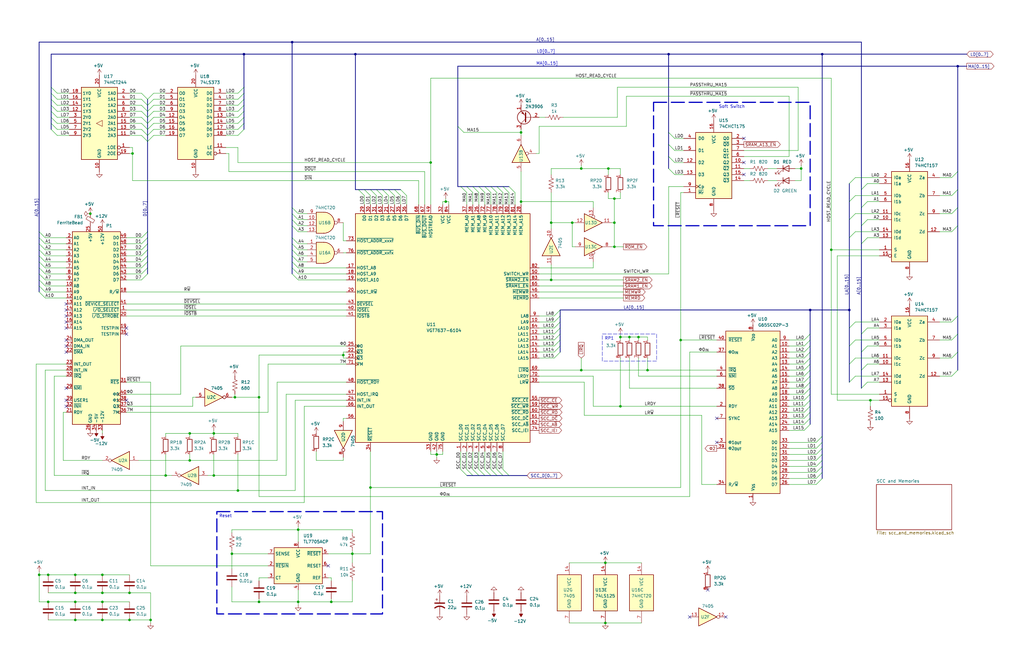
<source format=kicad_sch>
(kicad_sch (version 20250114) (generator "eeschema") (generator_version "9.0")
  (paper "USLedger")
  (title_block (title "Apple II Workstation Card (820-0204-B)") (date "2025-12-08") (rev "670-0204-A") (comment 2 "captured by Mark Aikens") (comment 3 "by Apple Computer") (comment 4 "AppleTalk networking and printer card for IIe computers"))
  (text "MA[0..15]" (at 226.06 26.924 0) (effects (font (size 1.27 1.27)) (justify left)))
  (text "LD[0..7]" (at 226.314 21.844 0) (effects (font (size 1.27 1.27)) (justify left)))
  (text_box "Soft Switch" (at 275.59 43.18 0) (size 66.04 52.07) (margins 0.9525 0.9525 0.9525 0.9525) (stroke (width 0.5) (type dash)) (effects (font (size 1.27 1.27)) (justify top)))
  (text_box "Reset" (at 91.44 215.9 0) (size 69.85 43.18) (margins 0.9525 0.9525 0.9525 0.9525) (stroke (width 0.5) (type dash)) (effects (font (size 1.27 1.27)) (justify left top)))
  (text_box "RP1" (at 254 140.97 0) (size 22.86 11.43) (margins 0.9525 0.9525 0.9525 0.9525) (stroke (width 0) (type dash)) (effects (font (size 1.27 1.27)) (justify left top)))
  (junction (at 255.27 237.49))
  (junction (at 156.21 205.74))
  (junction (at 100.33 207.01))
  (junction (at 55.88 64.77))
  (junction (at 187.96 85.09))
  (junction (at 265.43 142.24))
  (junction (at 181.61 68.58))
  (junction (at 31.75 242.57))
  (junction (at 346.71 22.86))
  (junction (at 20.32 242.57))
  (junction (at 259.08 104.14))
  (junction (at 149.86 22.86))
  (junction (at 403.86 27.94))
  (junction (at 38.1 90.17))
  (junction (at 69.85 200.66))
  (junction (at 43.18 261.62))
  (junction (at 43.18 254))
  (junction (at 90.17 200.66))
  (junction (at 261.62 171.45))
  (junction (at 109.22 254))
  (junction (at 90.17 182.88))
  (junction (at 31.75 254))
  (junction (at 80.01 194.31))
  (junction (at 219.71 55.88))
  (junction (at 287.02 143.51))
  (junction (at 144.78 149.86))
  (junction (at 99.06 167.64))
  (junction (at 31.75 250.19))
  (junction (at 337.82 71.12))
  (junction (at 219.71 85.09))
  (junction (at 281.94 22.86))
  (junction (at 123.19 17.78))
  (junction (at 184.15 191.77))
  (junction (at 259.08 83.82))
  (junction (at 341.63 130.81))
  (junction (at 273.05 156.21))
  (junction (at 63.5 261.62))
  (junction (at 16.51 242.57))
  (junction (at 54.61 261.62))
  (junction (at 80.01 182.88))
  (junction (at 109.22 167.64))
  (junction (at 269.24 142.24))
  (junction (at 125.73 254))
  (junction (at 261.62 142.24))
  (junction (at 232.41 118.11))
  (junction (at 97.79 233.68))
  (junction (at 256.54 71.12))
  (junction (at 367.03 168.91))
  (junction (at 245.11 156.21))
  (junction (at 31.75 261.62))
  (junction (at 102.87 22.86))
  (junction (at 54.61 250.19))
  (junction (at 125.73 223.52))
  (junction (at 139.7 254))
  (junction (at 232.41 93.98))
  (junction (at 241.3 93.98))
  (junction (at 245.11 71.12))
  (junction (at 255.27 262.89))
  (junction (at 43.18 242.57))
  (junction (at 350.52 105.41))
  (junction (at 148.59 233.68))
  (junction (at 358.14 130.81))
  (junction (at 20.32 254))
  (junction (at 43.18 250.19))
  (junction (at 259.08 93.98))
  (no_connect (at 27.94 168.91))
  (no_connect (at 27.94 143.51))
  (no_connect (at 298.45 248.92))
  (no_connect (at 313.69 58.42))
  (no_connect (at 290.83 260.35))
  (no_connect (at 53.34 138.43))
  (no_connect (at 302.26 176.53))
  (no_connect (at 306.07 260.35))
  (no_connect (at 53.34 140.97))
  (no_connect (at 313.69 73.66))
  (no_connect (at 53.34 168.91))
  (no_connect (at 27.94 130.81))
  (no_connect (at 27.94 133.35))
  (no_connect (at 138.43 238.76))
  (no_connect (at 27.94 135.89))
  (no_connect (at 27.94 128.27))
  (no_connect (at 27.94 148.59))
  (no_connect (at 27.94 171.45))
  (no_connect (at 27.94 146.05))
  (no_connect (at 27.94 163.83))
  (no_connect (at 313.69 68.58))
  (no_connect (at 27.94 138.43))
  (no_connect (at 302.26 186.69))
  (bus_entry (at 19.05 115.57) (size -2.54 -2.54))
  (bus_entry (at 214.63 81.28) (size -2.54 -2.54))
  (bus_entry (at 100.33 46.99) (size 2.54 -2.54))
  (bus_entry (at 401.32 135.89) (size 2.54 -2.54))
  (bus_entry (at 59.69 49.53) (size 2.54 2.54))
  (bus_entry (at 24.13 54.61) (size -2.54 -2.54))
  (bus_entry (at 123.19 115.57) (size 2.54 2.54))
  (bus_entry (at 360.68 97.79) (size -2.54 2.54))
  (bus_entry (at 344.17 201.93) (size 2.54 -2.54))
  (bus_entry (at 339.09 163.83) (size 2.54 -2.54))
  (bus_entry (at 19.05 113.03) (size -2.54 -2.54))
  (bus_entry (at 401.32 74.93) (size 2.54 -2.54))
  (bus_entry (at 24.13 52.07) (size -2.54 -2.54))
  (bus_entry (at 339.09 143.51) (size 2.54 -2.54))
  (bus_entry (at 339.09 176.53) (size 2.54 -2.54))
  (bus_entry (at 24.13 44.45) (size -2.54 -2.54))
  (bus_entry (at 156.21 82.55) (size -2.54 -2.54))
  (bus_entry (at 125.73 113.03) (size -2.54 -2.54))
  (bus_entry (at 64.77 44.45) (size -2.54 2.54))
  (bus_entry (at 339.09 173.99) (size 2.54 -2.54))
  (bus_entry (at 360.68 158.75) (size -2.54 2.54))
  (bus_entry (at 168.91 82.55) (size -2.54 -2.54))
  (bus_entry (at 360.68 135.89) (size -2.54 2.54))
  (bus_entry (at 233.68 143.51) (size 2.54 -2.54))
  (bus_entry (at 233.68 151.13) (size 2.54 -2.54))
  (bus_entry (at 59.69 110.49) (size 2.54 -2.54))
  (bus_entry (at 344.17 199.39) (size 2.54 -2.54))
  (bus_entry (at 158.75 82.55) (size -2.54 -2.54))
  (bus_entry (at 344.17 194.31) (size 2.54 -2.54))
  (bus_entry (at 201.93 81.28) (size -2.54 -2.54))
  (bus_entry (at 24.13 46.99) (size -2.54 -2.54))
  (bus_entry (at 64.77 49.53) (size -2.54 2.54))
  (bus_entry (at 233.68 140.97) (size 2.54 -2.54))
  (bus_entry (at 125.73 105.41) (size -2.54 -2.54))
  (bus_entry (at 365.76 153.67) (size -2.54 2.54))
  (bus_entry (at 212.09 81.28) (size -2.54 -2.54))
  (bus_entry (at 360.68 74.93) (size -2.54 2.54))
  (bus_entry (at 284.48 73.66) (size -2.54 -2.54))
  (bus_entry (at 125.73 115.57) (size -2.54 -2.54))
  (bus_entry (at 24.13 49.53) (size -2.54 -2.54))
  (bus_entry (at 365.76 85.09) (size -2.54 2.54))
  (bus_entry (at 401.32 158.75) (size 2.54 -2.54))
  (bus_entry (at 339.09 148.59) (size 2.54 -2.54))
  (bus_entry (at 360.68 143.51) (size -2.54 2.54))
  (bus_entry (at 344.17 191.77) (size 2.54 -2.54))
  (bus_entry (at 365.76 100.33) (size -2.54 2.54))
  (bus_entry (at 59.69 41.91) (size 2.54 2.54))
  (bus_entry (at 401.32 82.55) (size 2.54 -2.54))
  (bus_entry (at 59.69 113.03) (size 2.54 -2.54))
  (bus_entry (at 360.68 90.17) (size -2.54 2.54))
  (bus_entry (at 401.32 97.79) (size 2.54 -2.54))
  (bus_entry (at 196.85 198.12) (size 2.54 2.54))
  (bus_entry (at 207.01 81.28) (size -2.54 -2.54))
  (bus_entry (at 59.69 39.37) (size 2.54 2.54))
  (bus_entry (at 199.39 81.28) (size -2.54 -2.54))
  (bus_entry (at 24.13 39.37) (size -2.54 -2.54))
  (bus_entry (at 217.17 81.28) (size -2.54 -2.54))
  (bus_entry (at 339.09 181.61) (size 2.54 -2.54))
  (bus_entry (at 365.76 161.29) (size -2.54 2.54))
  (bus_entry (at 19.05 123.19) (size -2.54 -2.54))
  (bus_entry (at 64.77 41.91) (size -2.54 2.54))
  (bus_entry (at 344.17 196.85) (size 2.54 -2.54))
  (bus_entry (at 59.69 107.95) (size 2.54 -2.54))
  (bus_entry (at 64.77 52.07) (size -2.54 2.54))
  (bus_entry (at 339.09 166.37) (size 2.54 -2.54))
  (bus_entry (at 161.29 82.55) (size -2.54 -2.54))
  (bus_entry (at 339.09 151.13) (size 2.54 -2.54))
  (bus_entry (at 199.39 198.12) (size 2.54 2.54))
  (bus_entry (at 59.69 118.11) (size 2.54 -2.54))
  (bus_entry (at 344.17 186.69) (size 2.54 -2.54))
  (bus_entry (at 194.31 198.12) (size 2.54 2.54))
  (bus_entry (at 166.37 82.55) (size -2.54 -2.54))
  (bus_entry (at 19.05 107.95) (size -2.54 -2.54))
  (bus_entry (at 59.69 115.57) (size 2.54 -2.54))
  (bus_entry (at 19.05 100.33) (size -2.54 -2.54))
  (bus_entry (at 284.48 63.5) (size -2.54 -2.54))
  (bus_entry (at 64.77 54.61) (size -2.54 2.54))
  (bus_entry (at 125.73 97.79) (size -2.54 -2.54))
  (bus_entry (at 209.55 81.28) (size -2.54 -2.54))
  (bus_entry (at 339.09 153.67) (size 2.54 -2.54))
  (bus_entry (at 339.09 158.75) (size 2.54 -2.54))
  (bus_entry (at 365.76 138.43) (size -2.54 2.54))
  (bus_entry (at 204.47 81.28) (size -2.54 -2.54))
  (bus_entry (at 19.05 110.49) (size -2.54 -2.54))
  (bus_entry (at 365.76 92.71) (size -2.54 2.54))
  (bus_entry (at 100.33 54.61) (size 2.54 -2.54))
  (bus_entry (at 24.13 57.15) (size -2.54 -2.54))
  (bus_entry (at 59.69 105.41) (size 2.54 -2.54))
  (bus_entry (at 401.32 143.51) (size 2.54 -2.54))
  (bus_entry (at 339.09 156.21) (size 2.54 -2.54))
  (bus_entry (at 64.77 46.99) (size -2.54 2.54))
  (bus_entry (at 233.68 135.89) (size 2.54 -2.54))
  (bus_entry (at 365.76 77.47) (size -2.54 2.54))
  (bus_entry (at 171.45 82.55) (size -2.54 -2.54))
  (bus_entry (at 125.73 110.49) (size -2.54 -2.54))
  (bus_entry (at 100.33 57.15) (size 2.54 -2.54))
  (bus_entry (at 19.05 105.41) (size -2.54 -2.54))
  (bus_entry (at 344.17 204.47) (size 2.54 -2.54))
  (bus_entry (at 209.55 198.12) (size 2.54 2.54))
  (bus_entry (at 100.33 41.91) (size 2.54 -2.54))
  (bus_entry (at 233.68 146.05) (size 2.54 -2.54))
  (bus_entry (at 360.68 151.13) (size -2.54 2.54))
  (bus_entry (at 163.83 82.55) (size -2.54 -2.54))
  (bus_entry (at 196.85 81.28) (size -2.54 -2.54))
  (bus_entry (at 59.69 54.61) (size 2.54 2.54))
  (bus_entry (at 365.76 146.05) (size -2.54 2.54))
  (bus_entry (at 100.33 52.07) (size 2.54 -2.54))
  (bus_entry (at 153.67 82.55) (size -2.54 -2.54))
  (bus_entry (at 59.69 57.15) (size 2.54 2.54))
  (bus_entry (at 212.09 198.12) (size 2.54 2.54))
  (bus_entry (at 339.09 146.05) (size 2.54 -2.54))
  (bus_entry (at 100.33 39.37) (size 2.54 -2.54))
  (bus_entry (at 125.73 95.25) (size -2.54 -2.54))
  (bus_entry (at 59.69 52.07) (size 2.54 2.54))
  (bus_entry (at 339.09 161.29) (size 2.54 -2.54))
  (bus_entry (at 233.68 138.43) (size 2.54 -2.54))
  (bus_entry (at 24.13 41.91) (size -2.54 -2.54))
  (bus_entry (at 339.09 171.45) (size 2.54 -2.54))
  (bus_entry (at 284.48 58.42) (size -2.54 -2.54))
  (bus_entry (at 19.05 102.87) (size -2.54 -2.54))
  (bus_entry (at 201.93 198.12) (size 2.54 2.54))
  (bus_entry (at 207.01 198.12) (size 2.54 2.54))
  (bus_entry (at 195.58 55.88) (size -2.54 -2.54))
  (bus_entry (at 100.33 49.53) (size 2.54 -2.54))
  (bus_entry (at 204.47 198.12) (size 2.54 2.54))
  (bus_entry (at 125.73 92.71) (size -2.54 -2.54))
  (bus_entry (at 64.77 57.15) (size -2.54 2.54))
  (bus_entry (at 64.77 39.37) (size -2.54 2.54))
  (bus_entry (at 360.68 82.55) (size -2.54 2.54))
  (bus_entry (at 339.09 179.07) (size 2.54 -2.54))
  (bus_entry (at 19.05 120.65) (size -2.54 -2.54))
  (bus_entry (at 125.73 102.87) (size -2.54 -2.54))
  (bus_entry (at 401.32 151.13) (size 2.54 -2.54))
  (bus_entry (at 123.19 87.63) (size 2.54 2.54))
  (bus_entry (at 233.68 148.59) (size 2.54 -2.54))
  (bus_entry (at 19.05 118.11) (size -2.54 -2.54))
  (bus_entry (at 100.33 44.45) (size 2.54 -2.54))
  (bus_entry (at 233.68 133.35) (size 2.54 -2.54))
  (bus_entry (at 401.32 90.17) (size 2.54 -2.54))
  (bus_entry (at 59.69 102.87) (size 2.54 -2.54))
  (bus_entry (at 59.69 100.33) (size 2.54 -2.54))
  (bus_entry (at 59.69 46.99) (size 2.54 2.54))
  (bus_entry (at 19.05 125.73) (size -2.54 -2.54))
  (bus_entry (at 344.17 189.23) (size 2.54 -2.54))
  (bus_entry (at 59.69 44.45) (size 2.54 2.54))
  (bus_entry (at 339.09 168.91) (size 2.54 -2.54))
  (bus_entry (at 284.48 68.58) (size -2.54 -2.54))
  (bus_entry (at 125.73 107.95) (size -2.54 -2.54))
  (bus (pts (xy 281.94 22.86) (xy 346.71 22.86)))
  (bus (pts (xy 16.51 100.33) (xy 16.51 102.87)))
  (wire (pts (xy 367.03 168.91) (xy 370.84 168.91)))
  (bus (pts (xy 236.22 135.89) (xy 236.22 138.43)))
  (wire (pts (xy 55.88 76.2) (xy 55.88 64.77)))
  (wire (pts (xy 396.24 143.51) (xy 401.32 143.51)))
  (wire (pts (xy 53.34 173.99) (xy 113.03 173.99)))
  (wire (pts (xy 69.85 191.77) (xy 69.85 200.66)))
  (wire (pts (xy 227.33 148.59) (xy 233.68 148.59)))
  (wire (pts (xy 194.31 190.5) (xy 194.31 198.12)))
  (wire (pts (xy 22.86 200.66) (xy 69.85 200.66)))
  (bus (pts (xy 341.63 148.59) (xy 341.63 151.13)))
  (wire (pts (xy 214.63 81.28) (xy 214.63 86.36)))
  (wire (pts (xy 295.91 204.47) (xy 302.26 204.47)))
  (wire (pts (xy 53.34 113.03) (xy 59.69 113.03)))
  (wire (pts (xy 259.08 83.82) (xy 256.54 83.82)))
  (wire (pts (xy 284.48 73.66) (xy 288.29 73.66)))
  (wire (pts (xy 332.74 196.85) (xy 344.17 196.85)))
  (bus (pts (xy 62.23 52.07) (xy 62.23 54.61)))
  (bus (pts (xy 102.87 36.83) (xy 102.87 39.37)))
  (wire (pts (xy 227.33 118.11) (xy 232.41 118.11)))
  (wire (pts (xy 261.62 171.45) (xy 302.26 171.45)))
  (wire (pts (xy 63.5 238.76) (xy 113.03 238.76)))
  (wire (pts (xy 26.67 194.31) (xy 43.18 194.31)))
  (wire (pts (xy 332.74 186.69) (xy 344.17 186.69)))
  (wire (pts (xy 19.05 120.65) (xy 27.94 120.65)))
  (wire (pts (xy 54.61 39.37) (xy 59.69 39.37)))
  (wire (pts (xy 53.34 115.57) (xy 59.69 115.57)))
  (wire (pts (xy 332.74 153.67) (xy 339.09 153.67)))
  (wire (pts (xy 31.75 242.57) (xy 20.32 242.57)))
  (bus (pts (xy 62.23 46.99) (xy 62.23 49.53)))
  (wire (pts (xy 24.13 54.61) (xy 29.21 54.61)))
  (bus (pts (xy 196.85 78.74) (xy 199.39 78.74)))
  (wire (pts (xy 287.02 143.51) (xy 302.26 143.51)))
  (wire (pts (xy 227.33 133.35) (xy 233.68 133.35)))
  (bus (pts (xy 403.86 80.01) (xy 403.86 87.63)))
  (wire (pts (xy 204.47 81.28) (xy 204.47 86.36)))
  (wire (pts (xy 133.35 194.31) (xy 144.78 194.31)))
  (wire (pts (xy 54.61 52.07) (xy 59.69 52.07)))
  (bus (pts (xy 346.71 191.77) (xy 346.71 194.31)))
  (wire (pts (xy 20.32 254) (xy 31.75 254)))
  (wire (pts (xy 284.48 58.42) (xy 288.29 58.42)))
  (wire (pts (xy 245.11 69.85) (xy 245.11 71.12)))
  (bus (pts (xy 341.63 130.81) (xy 358.14 130.81)))
  (wire (pts (xy 81.28 167.64) (xy 81.28 171.45)))
  (wire (pts (xy 95.25 57.15) (xy 100.33 57.15)))
  (wire (pts (xy 256.54 71.12) (xy 261.62 71.12)))
  (wire (pts (xy 227.33 158.75) (xy 250.19 158.75)))
  (wire (pts (xy 332.74 179.07) (xy 339.09 179.07)))
  (wire (pts (xy 24.13 41.91) (xy 29.21 41.91)))
  (wire (pts (xy 229.87 49.53) (xy 227.33 49.53)))
  (wire (pts (xy 241.3 93.98) (xy 241.3 104.14)))
  (wire (pts (xy 350.52 33.02) (xy 350.52 105.41)))
  (wire (pts (xy 261.62 151.13) (xy 261.62 171.45)))
  (wire (pts (xy 95.25 49.53) (xy 100.33 49.53)))
  (wire (pts (xy 335.28 71.12) (xy 337.82 71.12)))
  (wire (pts (xy 360.68 151.13) (xy 370.84 151.13)))
  (wire (pts (xy 27.94 153.67) (xy 15.24 153.67)))
  (wire (pts (xy 184.15 191.77) (xy 186.69 191.77)))
  (wire (pts (xy 53.34 105.41) (xy 59.69 105.41)))
  (wire (pts (xy 219.71 85.09) (xy 250.19 85.09)))
  (wire (pts (xy 365.76 92.71) (xy 370.84 92.71)))
  (bus (pts (xy 21.59 41.91) (xy 21.59 44.45)))
  (wire (pts (xy 22.86 158.75) (xy 22.86 200.66)))
  (wire (pts (xy 199.39 190.5) (xy 199.39 198.12)))
  (wire (pts (xy 97.79 224.79) (xy 97.79 223.52)))
  (wire (pts (xy 227.33 146.05) (xy 233.68 146.05)))
  (wire (pts (xy 53.34 128.27) (xy 146.05 128.27)))
  (wire (pts (xy 26.67 194.31) (xy 26.67 173.99)))
  (wire (pts (xy 179.07 72.39) (xy 179.07 86.36)))
  (wire (pts (xy 232.41 111.76) (xy 232.41 118.11)))
  (wire (pts (xy 353.06 107.95) (xy 370.84 107.95)))
  (bus (pts (xy 346.71 199.39) (xy 346.71 201.93)))
  (bus (pts (xy 16.51 120.65) (xy 16.51 123.19)))
  (bus (pts (xy 149.86 22.86) (xy 149.86 80.01)))
  (wire (pts (xy 261.62 71.12) (xy 261.62 73.66)))
  (wire (pts (xy 24.13 39.37) (xy 29.21 39.37)))
  (bus (pts (xy 21.59 52.07) (xy 21.59 54.61)))
  (bus (pts (xy 166.37 80.01) (xy 168.91 80.01)))
  (wire (pts (xy 144.78 93.98) (xy 144.78 101.6)))
  (bus (pts (xy 358.14 77.47) (xy 358.14 85.09)))
  (bus (pts (xy 346.71 22.86) (xy 407.67 22.86)))
  (bus (pts (xy 358.14 100.33) (xy 358.14 130.81)))
  (wire (pts (xy 64.77 57.15) (xy 69.85 57.15)))
  (wire (pts (xy 396.24 74.93) (xy 401.32 74.93)))
  (wire (pts (xy 19.05 156.21) (xy 19.05 207.01)))
  (bus (pts (xy 123.19 90.17) (xy 123.19 92.71)))
  (wire (pts (xy 242.57 93.98) (xy 241.3 93.98)))
  (bus (pts (xy 16.51 118.11) (xy 16.51 120.65)))
  (wire (pts (xy 96.52 72.39) (xy 96.52 64.77)))
  (wire (pts (xy 53.34 133.35) (xy 146.05 133.35)))
  (wire (pts (xy 181.61 33.02) (xy 181.61 68.58)))
  (bus (pts (xy 163.83 80.01) (xy 166.37 80.01)))
  (wire (pts (xy 24.13 46.99) (xy 29.21 46.99)))
  (wire (pts (xy 332.74 168.91) (xy 339.09 168.91)))
  (bus (pts (xy 341.63 143.51) (xy 341.63 146.05)))
  (wire (pts (xy 63.5 161.29) (xy 63.5 238.76)))
  (wire (pts (xy 144.78 148.59) (xy 144.78 149.86)))
  (bus (pts (xy 363.22 156.21) (xy 363.22 163.83)))
  (wire (pts (xy 281.94 115.57) (xy 227.33 115.57)))
  (wire (pts (xy 227.33 135.89) (xy 233.68 135.89)))
  (wire (pts (xy 148.59 232.41) (xy 148.59 233.68)))
  (bus (pts (xy 363.22 80.01) (xy 363.22 87.63)))
  (wire (pts (xy 125.73 254) (xy 139.7 254)))
  (wire (pts (xy 265.43 142.24) (xy 265.43 143.51)))
  (wire (pts (xy 360.68 97.79) (xy 370.84 97.79)))
  (wire (pts (xy 144.78 177.8) (xy 144.78 176.53)))
  (wire (pts (xy 187.96 85.09) (xy 189.23 85.09)))
  (wire (pts (xy 189.23 85.09) (xy 189.23 86.36)))
  (bus (pts (xy 62.23 54.61) (xy 62.23 57.15)))
  (wire (pts (xy 54.61 54.61) (xy 59.69 54.61)))
  (wire (pts (xy 332.74 194.31) (xy 344.17 194.31)))
  (wire (pts (xy 24.13 57.15) (xy 29.21 57.15)))
  (wire (pts (xy 95.25 52.07) (xy 100.33 52.07)))
  (wire (pts (xy 332.74 40.64) (xy 332.74 66.04)))
  (wire (pts (xy 54.61 242.57) (xy 43.18 242.57)))
  (wire (pts (xy 100.33 68.58) (xy 100.33 62.23)))
  (wire (pts (xy 260.35 36.83) (xy 336.55 36.83)))
  (bus (pts (xy 341.63 168.91) (xy 341.63 171.45)))
  (wire (pts (xy 365.76 153.67) (xy 370.84 153.67)))
  (bus (pts (xy 363.22 102.87) (xy 363.22 140.97)))
  (wire (pts (xy 332.74 151.13) (xy 339.09 151.13)))
  (wire (pts (xy 201.93 190.5) (xy 201.93 198.12)))
  (wire (pts (xy 31.75 254) (xy 43.18 254)))
  (bus (pts (xy 62.23 49.53) (xy 62.23 52.07)))
  (wire (pts (xy 196.85 81.28) (xy 196.85 86.36)))
  (wire (pts (xy 19.05 125.73) (xy 27.94 125.73)))
  (bus (pts (xy 236.22 140.97) (xy 236.22 143.51)))
  (bus (pts (xy 199.39 200.66) (xy 201.93 200.66)))
  (bus (pts (xy 16.51 115.57) (xy 16.51 118.11)))
  (wire (pts (xy 260.35 36.83) (xy 260.35 49.53)))
  (bus (pts (xy 341.63 140.97) (xy 341.63 143.51)))
  (wire (pts (xy 120.65 166.37) (xy 120.65 200.66)))
  (wire (pts (xy 360.68 143.51) (xy 370.84 143.51)))
  (bus (pts (xy 62.23 113.03) (xy 62.23 115.57)))
  (wire (pts (xy 199.39 81.28) (xy 199.39 86.36)))
  (wire (pts (xy 196.85 190.5) (xy 196.85 198.12)))
  (bus (pts (xy 236.22 143.51) (xy 236.22 146.05)))
  (wire (pts (xy 269.24 142.24) (xy 273.05 142.24)))
  (wire (pts (xy 80.01 182.88) (xy 90.17 182.88)))
  (wire (pts (xy 350.52 105.41) (xy 350.52 166.37)))
  (wire (pts (xy 337.82 69.85) (xy 337.82 71.12)))
  (wire (pts (xy 100.33 68.58) (xy 181.61 68.58)))
  (wire (pts (xy 313.69 76.2) (xy 316.23 76.2)))
  (bus (pts (xy 358.14 130.81) (xy 358.14 138.43)))
  (wire (pts (xy 64.77 49.53) (xy 69.85 49.53)))
  (wire (pts (xy 245.11 71.12) (xy 256.54 71.12)))
  (wire (pts (xy 15.24 153.67) (xy 15.24 212.09)))
  (bus (pts (xy 123.19 102.87) (xy 123.19 105.41)))
  (wire (pts (xy 99.06 167.64) (xy 109.22 167.64)))
  (bus (pts (xy 212.09 78.74) (xy 214.63 78.74)))
  (wire (pts (xy 273.05 151.13) (xy 273.05 156.21)))
  (wire (pts (xy 396.24 135.89) (xy 401.32 135.89)))
  (wire (pts (xy 116.84 194.31) (xy 116.84 161.29)))
  (bus (pts (xy 403.86 27.94) (xy 407.67 27.94)))
  (wire (pts (xy 100.33 62.23) (xy 95.25 62.23)))
  (wire (pts (xy 187.96 83.82) (xy 187.96 85.09)))
  (bus (pts (xy 62.23 102.87) (xy 62.23 105.41)))
  (wire (pts (xy 99.06 166.37) (xy 99.06 167.64)))
  (wire (pts (xy 125.73 115.57) (xy 146.05 115.57)))
  (wire (pts (xy 332.74 181.61) (xy 339.09 181.61)))
  (wire (pts (xy 43.18 182.88) (xy 43.18 181.61)))
  (bus (pts (xy 62.23 41.91) (xy 62.23 44.45)))
  (bus (pts (xy 207.01 200.66) (xy 209.55 200.66)))
  (wire (pts (xy 139.7 254) (xy 139.7 252.73)))
  (bus (pts (xy 341.63 161.29) (xy 341.63 163.83)))
  (wire (pts (xy 54.61 250.19) (xy 63.5 250.19)))
  (wire (pts (xy 246.38 161.29) (xy 246.38 175.26)))
  (wire (pts (xy 250.19 171.45) (xy 261.62 171.45)))
  (wire (pts (xy 24.13 52.07) (xy 29.21 52.07)))
  (bus (pts (xy 209.55 78.74) (xy 212.09 78.74)))
  (wire (pts (xy 396.24 82.55) (xy 401.32 82.55)))
  (wire (pts (xy 184.15 191.77) (xy 184.15 193.04)))
  (wire (pts (xy 232.41 93.98) (xy 232.41 96.52)))
  (wire (pts (xy 125.73 223.52) (xy 148.59 223.52)))
  (wire (pts (xy 113.03 173.99) (xy 113.03 153.67)))
  (bus (pts (xy 158.75 80.01) (xy 161.29 80.01)))
  (wire (pts (xy 26.67 173.99) (xy 27.94 173.99)))
  (wire (pts (xy 144.78 149.86) (xy 144.78 151.13)))
  (wire (pts (xy 109.22 149.86) (xy 144.78 149.86)))
  (bus (pts (xy 194.31 78.74) (xy 196.85 78.74)))
  (wire (pts (xy 257.81 104.14) (xy 259.08 104.14)))
  (wire (pts (xy 100.33 207.01) (xy 124.46 207.01)))
  (wire (pts (xy 261.62 140.97) (xy 261.62 142.24)))
  (bus (pts (xy 62.23 97.79) (xy 62.23 100.33)))
  (wire (pts (xy 290.83 209.55) (xy 290.83 148.59)))
  (wire (pts (xy 227.33 140.97) (xy 233.68 140.97)))
  (wire (pts (xy 19.05 115.57) (xy 27.94 115.57)))
  (wire (pts (xy 219.71 85.09) (xy 219.71 86.36)))
  (wire (pts (xy 209.55 190.5) (xy 209.55 198.12)))
  (bus (pts (xy 341.63 130.81) (xy 341.63 140.97)))
  (bus (pts (xy 363.22 140.97) (xy 363.22 148.59)))
  (wire (pts (xy 186.69 85.09) (xy 187.96 85.09)))
  (bus (pts (xy 16.51 97.79) (xy 16.51 100.33)))
  (wire (pts (xy 55.88 62.23) (xy 54.61 62.23)))
  (wire (pts (xy 350.52 166.37) (xy 370.84 166.37)))
  (bus (pts (xy 341.63 163.83) (xy 341.63 166.37)))
  (wire (pts (xy 365.76 161.29) (xy 370.84 161.29)))
  (wire (pts (xy 125.73 107.95) (xy 129.54 107.95)))
  (wire (pts (xy 245.11 151.13) (xy 245.11 156.21)))
  (bus (pts (xy 196.85 200.66) (xy 199.39 200.66)))
  (bus (pts (xy 403.86 148.59) (xy 403.86 156.21)))
  (wire (pts (xy 139.7 254) (xy 148.59 254)))
  (bus (pts (xy 281.94 66.04) (xy 281.94 71.12)))
  (wire (pts (xy 31.75 250.19) (xy 43.18 250.19)))
  (wire (pts (xy 396.24 158.75) (xy 401.32 158.75)))
  (bus (pts (xy 236.22 138.43) (xy 236.22 140.97)))
  (wire (pts (xy 97.79 254) (xy 109.22 254)))
  (wire (pts (xy 95.25 39.37) (xy 100.33 39.37)))
  (wire (pts (xy 360.68 74.93) (xy 370.84 74.93)))
  (wire (pts (xy 109.22 254) (xy 109.22 252.73)))
  (bus (pts (xy 123.19 110.49) (xy 123.19 113.03)))
  (wire (pts (xy 144.78 194.31) (xy 144.78 193.04)))
  (wire (pts (xy 53.34 161.29) (xy 63.5 161.29)))
  (bus (pts (xy 16.51 17.78) (xy 123.19 17.78)))
  (wire (pts (xy 90.17 182.88) (xy 100.33 182.88)))
  (wire (pts (xy 259.08 83.82) (xy 259.08 93.98)))
  (bus (pts (xy 346.71 22.86) (xy 346.71 184.15)))
  (bus (pts (xy 212.09 200.66) (xy 214.63 200.66)))
  (wire (pts (xy 87.63 200.66) (xy 90.17 200.66)))
  (wire (pts (xy 97.79 233.68) (xy 113.03 233.68)))
  (wire (pts (xy 360.68 135.89) (xy 370.84 135.89)))
  (wire (pts (xy 146.05 166.37) (xy 120.65 166.37)))
  (bus (pts (xy 201.93 78.74) (xy 204.47 78.74)))
  (wire (pts (xy 16.51 241.3) (xy 16.51 242.57)))
  (wire (pts (xy 125.73 92.71) (xy 129.54 92.71)))
  (bus (pts (xy 21.59 36.83) (xy 21.59 39.37)))
  (wire (pts (xy 262.89 125.73) (xy 227.33 125.73)))
  (wire (pts (xy 90.17 182.88) (xy 90.17 184.15)))
  (bus (pts (xy 236.22 146.05) (xy 236.22 148.59)))
  (wire (pts (xy 53.34 100.33) (xy 59.69 100.33)))
  (bus (pts (xy 236.22 130.81) (xy 236.22 133.35)))
  (wire (pts (xy 156.21 205.74) (xy 156.21 233.68)))
  (bus (pts (xy 281.94 60.96) (xy 281.94 66.04)))
  (bus (pts (xy 201.93 200.66) (xy 204.47 200.66)))
  (bus (pts (xy 358.14 92.71) (xy 358.14 100.33)))
  (wire (pts (xy 250.19 85.09) (xy 250.19 87.63)))
  (wire (pts (xy 313.69 71.12) (xy 316.23 71.12)))
  (wire (pts (xy 20.32 250.19) (xy 31.75 250.19)))
  (wire (pts (xy 332.74 146.05) (xy 339.09 146.05)))
  (bus (pts (xy 193.04 78.74) (xy 194.31 78.74)))
  (wire (pts (xy 125.73 222.25) (xy 125.73 223.52)))
  (wire (pts (xy 113.03 153.67) (xy 146.05 153.67)))
  (wire (pts (xy 43.18 250.19) (xy 54.61 250.19)))
  (wire (pts (xy 332.74 173.99) (xy 339.09 173.99)))
  (wire (pts (xy 53.34 130.81) (xy 146.05 130.81)))
  (wire (pts (xy 365.76 146.05) (xy 370.84 146.05)))
  (wire (pts (xy 64.77 39.37) (xy 69.85 39.37)))
  (wire (pts (xy 250.19 113.03) (xy 227.33 113.03)))
  (wire (pts (xy 80.01 194.31) (xy 116.84 194.31)))
  (wire (pts (xy 64.77 52.07) (xy 69.85 52.07)))
  (wire (pts (xy 261.62 83.82) (xy 261.62 81.28)))
  (wire (pts (xy 337.82 76.2) (xy 337.82 71.12)))
  (bus (pts (xy 403.86 140.97) (xy 403.86 148.59)))
  (wire (pts (xy 350.52 105.41) (xy 370.84 105.41)))
  (wire (pts (xy 250.19 110.49) (xy 250.19 113.03)))
  (bus (pts (xy 16.51 102.87) (xy 16.51 105.41)))
  (wire (pts (xy 116.84 161.29) (xy 146.05 161.29)))
  (wire (pts (xy 100.33 182.88) (xy 100.33 184.15)))
  (wire (pts (xy 332.74 199.39) (xy 344.17 199.39)))
  (wire (pts (xy 262.89 120.65) (xy 227.33 120.65)))
  (wire (pts (xy 226.06 64.77) (xy 227.33 64.77)))
  (wire (pts (xy 139.7 243.84) (xy 139.7 245.11)))
  (wire (pts (xy 176.53 76.2) (xy 176.53 86.36)))
  (wire (pts (xy 161.29 82.55) (xy 161.29 86.36)))
  (wire (pts (xy 201.93 81.28) (xy 201.93 86.36)))
  (bus (pts (xy 21.59 22.86) (xy 21.59 36.83)))
  (bus (pts (xy 403.86 133.35) (xy 403.86 140.97)))
  (bus (pts (xy 236.22 133.35) (xy 236.22 135.89)))
  (wire (pts (xy 144.78 106.68) (xy 146.05 106.68)))
  (wire (pts (xy 54.61 49.53) (xy 59.69 49.53)))
  (wire (pts (xy 125.73 95.25) (xy 129.54 95.25)))
  (bus (pts (xy 403.86 95.25) (xy 403.86 133.35)))
  (wire (pts (xy 63.5 261.62) (xy 63.5 262.89)))
  (wire (pts (xy 125.73 90.17) (xy 129.54 90.17)))
  (bus (pts (xy 123.19 107.95) (xy 123.19 110.49)))
  (wire (pts (xy 19.05 110.49) (xy 27.94 110.49)))
  (wire (pts (xy 148.59 254) (xy 148.59 245.11)))
  (wire (pts (xy 186.69 191.77) (xy 186.69 190.5)))
  (wire (pts (xy 138.43 233.68) (xy 148.59 233.68)))
  (bus (pts (xy 207.01 78.74) (xy 209.55 78.74)))
  (wire (pts (xy 109.22 149.86) (xy 109.22 167.64)))
  (wire (pts (xy 217.17 81.28) (xy 217.17 86.36)))
  (wire (pts (xy 353.06 107.95) (xy 353.06 168.91)))
  (bus (pts (xy 363.22 17.78) (xy 363.22 80.01)))
  (wire (pts (xy 64.77 46.99) (xy 69.85 46.99)))
  (bus (pts (xy 21.59 39.37) (xy 21.59 41.91)))
  (bus (pts (xy 204.47 200.66) (xy 207.01 200.66)))
  (wire (pts (xy 287.02 143.51) (xy 287.02 205.74)))
  (bus (pts (xy 363.22 148.59) (xy 363.22 156.21)))
  (wire (pts (xy 227.33 53.34) (xy 264.16 53.34)))
  (wire (pts (xy 332.74 189.23) (xy 344.17 189.23)))
  (wire (pts (xy 273.05 142.24) (xy 273.05 143.51)))
  (wire (pts (xy 19.05 123.19) (xy 27.94 123.19)))
  (wire (pts (xy 365.76 77.47) (xy 370.84 77.47)))
  (wire (pts (xy 128.27 171.45) (xy 128.27 212.09)))
  (wire (pts (xy 259.08 93.98) (xy 257.81 93.98)))
  (wire (pts (xy 259.08 93.98) (xy 259.08 104.14)))
  (wire (pts (xy 241.3 104.14) (xy 242.57 104.14)))
  (wire (pts (xy 195.58 55.88) (xy 219.71 55.88)))
  (wire (pts (xy 219.71 54.61) (xy 219.71 55.88)))
  (wire (pts (xy 148.59 224.79) (xy 148.59 223.52)))
  (bus (pts (xy 346.71 196.85) (xy 346.71 199.39)))
  (wire (pts (xy 232.41 93.98) (xy 241.3 93.98)))
  (wire (pts (xy 95.25 44.45) (xy 100.33 44.45)))
  (wire (pts (xy 184.15 191.77) (xy 184.15 190.5)))
  (bus (pts (xy 341.63 166.37) (xy 341.63 168.91)))
  (wire (pts (xy 232.41 118.11) (xy 262.89 118.11)))
  (bus (pts (xy 341.63 158.75) (xy 341.63 161.29)))
  (wire (pts (xy 90.17 181.61) (xy 90.17 182.88)))
  (bus (pts (xy 358.14 85.09) (xy 358.14 92.71)))
  (wire (pts (xy 20.32 242.57) (xy 16.51 242.57)))
  (wire (pts (xy 281.94 78.74) (xy 281.94 115.57)))
  (wire (pts (xy 163.83 82.55) (xy 163.83 86.36)))
  (bus (pts (xy 21.59 49.53) (xy 21.59 52.07)))
  (wire (pts (xy 396.24 90.17) (xy 401.32 90.17)))
  (wire (pts (xy 80.01 191.77) (xy 80.01 194.31)))
  (wire (pts (xy 290.83 148.59) (xy 302.26 148.59)))
  (wire (pts (xy 259.08 83.82) (xy 261.62 83.82)))
  (wire (pts (xy 261.62 142.24) (xy 265.43 142.24)))
  (wire (pts (xy 148.59 233.68) (xy 148.59 237.49)))
  (bus (pts (xy 102.87 39.37) (xy 102.87 41.91)))
  (wire (pts (xy 365.76 100.33) (xy 370.84 100.33)))
  (wire (pts (xy 332.74 66.04) (xy 313.69 66.04)))
  (wire (pts (xy 295.91 175.26) (xy 246.38 175.26)))
  (wire (pts (xy 337.82 76.2) (xy 335.28 76.2)))
  (wire (pts (xy 327.66 76.2) (xy 323.85 76.2)))
  (bus (pts (xy 123.19 92.71) (xy 123.19 95.25)))
  (bus (pts (xy 62.23 57.15) (xy 62.23 59.69)))
  (bus (pts (xy 193.04 53.34) (xy 193.04 27.94)))
  (wire (pts (xy 53.34 171.45) (xy 81.28 171.45)))
  (wire (pts (xy 144.78 151.13) (xy 146.05 151.13)))
  (wire (pts (xy 53.34 102.87) (xy 59.69 102.87)))
  (wire (pts (xy 259.08 104.14) (xy 262.89 104.14)))
  (wire (pts (xy 138.43 243.84) (xy 139.7 243.84)))
  (wire (pts (xy 96.52 64.77) (xy 95.25 64.77)))
  (wire (pts (xy 54.61 261.62) (xy 63.5 261.62)))
  (bus (pts (xy 341.63 176.53) (xy 341.63 179.07)))
  (wire (pts (xy 76.2 146.05) (xy 146.05 146.05)))
  (bus (pts (xy 341.63 151.13) (xy 341.63 153.67)))
  (wire (pts (xy 261.62 142.24) (xy 261.62 143.51)))
  (wire (pts (xy 95.25 46.99) (xy 100.33 46.99)))
  (wire (pts (xy 109.22 167.64) (xy 109.22 209.55)))
  (bus (pts (xy 358.14 153.67) (xy 358.14 161.29)))
  (wire (pts (xy 95.25 54.61) (xy 100.33 54.61)))
  (wire (pts (xy 332.74 191.77) (xy 344.17 191.77)))
  (bus (pts (xy 341.63 146.05) (xy 341.63 148.59)))
  (wire (pts (xy 256.54 71.12) (xy 256.54 73.66)))
  (wire (pts (xy 69.85 200.66) (xy 72.39 200.66)))
  (wire (pts (xy 19.05 118.11) (xy 27.94 118.11)))
  (wire (pts (xy 269.24 158.75) (xy 302.26 158.75)))
  (bus (pts (xy 123.19 87.63) (xy 123.19 90.17)))
  (wire (pts (xy 58.42 194.31) (xy 80.01 194.31)))
  (wire (pts (xy 43.18 254) (xy 54.61 254)))
  (wire (pts (xy 128.27 171.45) (xy 146.05 171.45)))
  (wire (pts (xy 245.11 156.21) (xy 273.05 156.21)))
  (wire (pts (xy 125.73 110.49) (xy 129.54 110.49)))
  (wire (pts (xy 19.05 100.33) (xy 27.94 100.33)))
  (wire (pts (xy 90.17 200.66) (xy 120.65 200.66)))
  (bus (pts (xy 123.19 95.25) (xy 123.19 100.33)))
  (wire (pts (xy 295.91 204.47) (xy 295.91 175.26)))
  (bus (pts (xy 16.51 105.41) (xy 16.51 107.95)))
  (wire (pts (xy 55.88 76.2) (xy 176.53 76.2)))
  (bus (pts (xy 161.29 80.01) (xy 163.83 80.01)))
  (wire (pts (xy 125.73 105.41) (xy 129.54 105.41)))
  (wire (pts (xy 125.73 248.92) (xy 125.73 254)))
  (wire (pts (xy 54.61 46.99) (xy 59.69 46.99)))
  (wire (pts (xy 31.75 261.62) (xy 43.18 261.62)))
  (bus (pts (xy 403.86 72.39) (xy 403.86 80.01)))
  (wire (pts (xy 212.09 190.5) (xy 212.09 198.12)))
  (wire (pts (xy 144.78 176.53) (xy 146.05 176.53)))
  (wire (pts (xy 125.73 223.52) (xy 125.73 228.6)))
  (bus (pts (xy 123.19 17.78) (xy 363.22 17.78)))
  (wire (pts (xy 16.51 254) (xy 20.32 254)))
  (wire (pts (xy 125.73 97.79) (xy 129.54 97.79)))
  (bus (pts (xy 209.55 200.66) (xy 212.09 200.66)))
  (wire (pts (xy 69.85 182.88) (xy 80.01 182.88)))
  (wire (pts (xy 336.55 63.5) (xy 313.69 63.5)))
  (wire (pts (xy 237.49 49.53) (xy 260.35 49.53)))
  (wire (pts (xy 250.19 158.75) (xy 250.19 171.45)))
  (bus (pts (xy 123.19 113.03) (xy 123.19 115.57)))
  (wire (pts (xy 97.79 233.68) (xy 97.79 240.03)))
  (wire (pts (xy 166.37 82.55) (xy 166.37 86.36)))
  (wire (pts (xy 365.76 138.43) (xy 370.84 138.43)))
  (bus (pts (xy 193.04 27.94) (xy 403.86 27.94)))
  (wire (pts (xy 265.43 142.24) (xy 269.24 142.24)))
  (bus (pts (xy 346.71 194.31) (xy 346.71 196.85)))
  (wire (pts (xy 227.33 156.21) (xy 245.11 156.21)))
  (wire (pts (xy 156.21 82.55) (xy 156.21 86.36)))
  (wire (pts (xy 100.33 191.77) (xy 100.33 207.01)))
  (wire (pts (xy 96.52 72.39) (xy 179.07 72.39)))
  (wire (pts (xy 353.06 168.91) (xy 367.03 168.91)))
  (bus (pts (xy 236.22 130.81) (xy 341.63 130.81)))
  (bus (pts (xy 346.71 189.23) (xy 346.71 191.77)))
  (wire (pts (xy 19.05 107.95) (xy 27.94 107.95)))
  (wire (pts (xy 269.24 142.24) (xy 269.24 143.51)))
  (wire (pts (xy 365.76 85.09) (xy 370.84 85.09)))
  (bus (pts (xy 21.59 22.86) (xy 102.87 22.86)))
  (wire (pts (xy 19.05 105.41) (xy 27.94 105.41)))
  (wire (pts (xy 396.24 97.79) (xy 401.32 97.79)))
  (bus (pts (xy 341.63 173.99) (xy 341.63 176.53)))
  (bus (pts (xy 358.14 146.05) (xy 358.14 153.67)))
  (wire (pts (xy 367.03 168.91) (xy 367.03 171.45)))
  (wire (pts (xy 168.91 82.55) (xy 168.91 86.36)))
  (wire (pts (xy 227.33 151.13) (xy 233.68 151.13)))
  (wire (pts (xy 332.74 166.37) (xy 339.09 166.37)))
  (wire (pts (xy 332.74 176.53) (xy 339.09 176.53)))
  (bus (pts (xy 62.23 105.41) (xy 62.23 107.95)))
  (wire (pts (xy 19.05 102.87) (xy 27.94 102.87)))
  (bus (pts (xy 62.23 107.95) (xy 62.23 110.49)))
  (wire (pts (xy 181.61 68.58) (xy 181.61 86.36)))
  (wire (pts (xy 227.33 143.51) (xy 233.68 143.51)))
  (wire (pts (xy 156.21 205.74) (xy 287.02 205.74)))
  (bus (pts (xy 281.94 22.86) (xy 281.94 55.88)))
  (wire (pts (xy 64.77 41.91) (xy 69.85 41.91)))
  (wire (pts (xy 256.54 83.82) (xy 256.54 81.28)))
  (wire (pts (xy 109.22 243.84) (xy 109.22 245.11)))
  (wire (pts (xy 156.21 190.5) (xy 156.21 205.74)))
  (wire (pts (xy 232.41 81.28) (xy 232.41 93.98)))
  (wire (pts (xy 90.17 191.77) (xy 90.17 200.66)))
  (wire (pts (xy 332.74 156.21) (xy 339.09 156.21)))
  (wire (pts (xy 181.61 191.77) (xy 181.61 190.5)))
  (bus (pts (xy 62.23 100.33) (xy 62.23 102.87)))
  (wire (pts (xy 264.16 40.64) (xy 264.16 53.34)))
  (bus (pts (xy 214.63 200.66) (xy 222.25 200.66)))
  (wire (pts (xy 269.24 151.13) (xy 269.24 158.75)))
  (wire (pts (xy 27.94 158.75) (xy 22.86 158.75)))
  (bus (pts (xy 149.86 22.86) (xy 281.94 22.86)))
  (wire (pts (xy 109.22 209.55) (xy 290.83 209.55)))
  (wire (pts (xy 95.25 41.91) (xy 100.33 41.91)))
  (bus (pts (xy 199.39 78.74) (xy 201.93 78.74)))
  (wire (pts (xy 181.61 33.02) (xy 350.52 33.02)))
  (bus (pts (xy 341.63 156.21) (xy 341.63 158.75)))
  (bus (pts (xy 102.87 49.53) (xy 102.87 52.07)))
  (wire (pts (xy 240.03 237.49) (xy 255.27 237.49)))
  (wire (pts (xy 181.61 191.77) (xy 184.15 191.77)))
  (wire (pts (xy 232.41 71.12) (xy 245.11 71.12)))
  (wire (pts (xy 332.74 158.75) (xy 339.09 158.75)))
  (bus (pts (xy 403.86 87.63) (xy 403.86 95.25)))
  (bus (pts (xy 403.86 27.94) (xy 403.86 72.39)))
  (wire (pts (xy 360.68 90.17) (xy 370.84 90.17)))
  (wire (pts (xy 43.18 242.57) (xy 31.75 242.57)))
  (wire (pts (xy 113.03 243.84) (xy 109.22 243.84)))
  (wire (pts (xy 80.01 182.88) (xy 80.01 184.15)))
  (wire (pts (xy 124.46 207.01) (xy 124.46 168.91)))
  (wire (pts (xy 332.74 148.59) (xy 339.09 148.59)))
  (wire (pts (xy 186.69 85.09) (xy 186.69 86.36)))
  (wire (pts (xy 262.89 123.19) (xy 227.33 123.19)))
  (wire (pts (xy 54.61 44.45) (xy 59.69 44.45)))
  (bus (pts (xy 341.63 153.67) (xy 341.63 156.21)))
  (bus (pts (xy 16.51 17.78) (xy 16.51 97.79)))
  (wire (pts (xy 24.13 49.53) (xy 29.21 49.53)))
  (wire (pts (xy 171.45 82.55) (xy 171.45 86.36)))
  (wire (pts (xy 265.43 151.13) (xy 265.43 163.83)))
  (bus (pts (xy 156.21 80.01) (xy 158.75 80.01)))
  (wire (pts (xy 133.35 194.31) (xy 133.35 190.5)))
  (wire (pts (xy 24.13 44.45) (xy 29.21 44.45)))
  (bus (pts (xy 21.59 44.45) (xy 21.59 46.99)))
  (wire (pts (xy 327.66 71.12) (xy 323.85 71.12)))
  (bus (pts (xy 123.19 100.33) (xy 123.19 102.87)))
  (bus (pts (xy 363.22 87.63) (xy 363.22 95.25)))
  (wire (pts (xy 264.16 40.64) (xy 332.74 40.64)))
  (wire (pts (xy 27.94 156.21) (xy 19.05 156.21)))
  (wire (pts (xy 284.48 63.5) (xy 288.29 63.5)))
  (wire (pts (xy 219.71 55.88) (xy 219.71 57.15)))
  (wire (pts (xy 360.68 158.75) (xy 370.84 158.75)))
  (bus (pts (xy 16.51 107.95) (xy 16.51 110.49)))
  (wire (pts (xy 332.74 163.83) (xy 339.09 163.83)))
  (wire (pts (xy 284.48 68.58) (xy 288.29 68.58)))
  (wire (pts (xy 64.77 54.61) (xy 69.85 54.61)))
  (bus (pts (xy 346.71 184.15) (xy 346.71 186.69)))
  (wire (pts (xy 16.51 242.57) (xy 16.51 254)))
  (wire (pts (xy 109.22 254) (xy 125.73 254)))
  (bus (pts (xy 102.87 44.45) (xy 102.87 46.99)))
  (bus (pts (xy 102.87 52.07) (xy 102.87 54.61)))
  (wire (pts (xy 19.05 207.01) (xy 100.33 207.01)))
  (wire (pts (xy 55.88 62.23) (xy 55.88 64.77)))
  (bus (pts (xy 102.87 46.99) (xy 102.87 49.53)))
  (wire (pts (xy 76.2 166.37) (xy 76.2 146.05)))
  (wire (pts (xy 43.18 261.62) (xy 54.61 261.62)))
  (bus (pts (xy 193.04 78.74) (xy 193.04 53.34)))
  (wire (pts (xy 53.34 107.95) (xy 59.69 107.95)))
  (wire (pts (xy 55.88 64.77) (xy 54.61 64.77)))
  (wire (pts (xy 54.61 57.15) (xy 59.69 57.15)))
  (wire (pts (xy 15.24 212.09) (xy 128.27 212.09)))
  (bus (pts (xy 102.87 22.86) (xy 102.87 36.83)))
  (wire (pts (xy 53.34 166.37) (xy 76.2 166.37)))
  (wire (pts (xy 332.74 171.45) (xy 339.09 171.45)))
  (bus (pts (xy 363.22 95.25) (xy 363.22 102.87)))
  (bus (pts (xy 281.94 55.88) (xy 281.94 60.96)))
  (wire (pts (xy 281.94 78.74) (xy 288.29 78.74)))
  (wire (pts (xy 158.75 82.55) (xy 158.75 86.36)))
  (wire (pts (xy 332.74 201.93) (xy 344.17 201.93)))
  (wire (pts (xy 146.05 148.59) (xy 144.78 148.59)))
  (bus (pts (xy 149.86 80.01) (xy 151.13 80.01)))
  (wire (pts (xy 153.67 82.55) (xy 153.67 86.36)))
  (wire (pts (xy 97.79 223.52) (xy 125.73 223.52)))
  (bus (pts (xy 346.71 186.69) (xy 346.71 189.23)))
  (wire (pts (xy 125.73 113.03) (xy 146.05 113.03)))
  (bus (pts (xy 341.63 171.45) (xy 341.63 173.99)))
  (wire (pts (xy 124.46 168.91) (xy 146.05 168.91)))
  (wire (pts (xy 255.27 262.89) (xy 270.51 262.89)))
  (wire (pts (xy 396.24 151.13) (xy 401.32 151.13)))
  (wire (pts (xy 20.32 261.62) (xy 31.75 261.62)))
  (wire (pts (xy 19.05 113.03) (xy 27.94 113.03)))
  (wire (pts (xy 63.5 250.19) (xy 63.5 261.62)))
  (wire (pts (xy 144.78 101.6) (xy 146.05 101.6)))
  (wire (pts (xy 54.61 41.91) (xy 59.69 41.91)))
  (bus (pts (xy 62.23 44.45) (xy 62.23 46.99)))
  (wire (pts (xy 360.68 82.55) (xy 370.84 82.55)))
  (wire (pts (xy 97.79 254) (xy 97.79 247.65)))
  (wire (pts (xy 207.01 81.28) (xy 207.01 86.36)))
  (bus (pts (xy 102.87 22.86) (xy 149.86 22.86)))
  (bus (pts (xy 62.23 59.69) (xy 62.23 97.79)))
  (bus (pts (xy 123.19 17.78) (xy 123.19 87.63)))
  (wire (pts (xy 273.05 156.21) (xy 302.26 156.21)))
  (wire (pts (xy 255.27 237.49) (xy 270.51 237.49)))
  (bus (pts (xy 358.14 138.43) (xy 358.14 146.05)))
  (wire (pts (xy 125.73 255.27) (xy 125.73 254)))
  (wire (pts (xy 53.34 110.49) (xy 59.69 110.49)))
  (wire (pts (xy 227.33 161.29) (xy 246.38 161.29)))
  (wire (pts (xy 287.02 81.28) (xy 287.02 143.51)))
  (bus (pts (xy 153.67 80.01) (xy 156.21 80.01)))
  (wire (pts (xy 332.74 204.47) (xy 344.17 204.47)))
  (bus (pts (xy 16.51 113.03) (xy 16.51 115.57)))
  (wire (pts (xy 240.03 262.89) (xy 255.27 262.89)))
  (bus (pts (xy 16.51 110.49) (xy 16.51 113.03)))
  (wire (pts (xy 232.41 71.12) (xy 232.41 73.66)))
  (wire (pts (xy 265.43 163.83) (xy 302.26 163.83)))
  (wire (pts (xy 336.55 36.83) (xy 336.55 63.5)))
  (bus (pts (xy 123.19 105.41) (xy 123.19 107.95)))
  (wire (pts (xy 64.77 44.45) (xy 69.85 44.45)))
  (bus (pts (xy 151.13 80.01) (xy 153.67 80.01)))
  (wire (pts (xy 53.34 123.19) (xy 146.05 123.19)))
  (wire (pts (xy 332.74 161.29) (xy 339.09 161.29)))
  (wire (pts (xy 227.33 64.77) (xy 227.33 53.34)))
  (wire (pts (xy 97.79 233.68) (xy 97.79 232.41)))
  (wire (pts (xy 227.33 138.43) (xy 233.68 138.43)))
  (wire (pts (xy 125.73 102.87) (xy 129.54 102.87)))
  (wire (pts (xy 148.59 233.68) (xy 156.21 233.68)))
  (wire (pts (xy 53.34 118.11) (xy 59.69 118.11)))
  (wire (pts (xy 81.28 167.64) (xy 82.55 167.64)))
  (wire (pts (xy 69.85 182.88) (xy 69.85 184.15)))
  (wire (pts (xy 207.01 190.5) (xy 207.01 198.12)))
  (bus (pts (xy 102.87 41.91) (xy 102.87 44.45)))
  (bus (pts (xy 62.23 110.49) (xy 62.23 113.03)))
  (bus (pts (xy 21.59 46.99) (xy 21.59 49.53)))
  (wire (pts (xy 125.73 118.11) (xy 146.05 118.11)))
  (wire (pts (xy 97.79 167.64) (xy 99.06 167.64)))
  (wire (pts (xy 287.02 81.28) (xy 288.29 81.28)))
  (bus (pts (xy 204.47 78.74) (xy 207.01 78.74)))
  (wire (pts (xy 219.71 72.39) (xy 219.71 85.09)))
  (wire (pts (xy 212.09 81.28) (xy 212.09 86.36)))
  (wire (pts (xy 209.55 81.28) (xy 209.55 86.36)))
  (wire (pts (xy 332.74 143.51) (xy 339.09 143.51)))
  (wire (pts (xy 204.47 190.5) (xy 204.47 198.12)))
  (label "LD1" (at 284.48 63.5 0))
  (label "LD3" (at 161.29 82.55 270))
  (label "A9" (at 125.73 115.57 0))
  (label "A3" (at 19.05 107.95 0))
  (label "MA2" (at 401.32 90.17 180))
  (label "A[0..15]" (at 16.51 91.44 90))
  (label "LA0" (at 370.84 74.93 180))
  (label "A6" (at 19.05 115.57 0))
  (label "~{IOSTB}" (at 77.47 133.35 0))
  (label "INT_OUT" (at 34.29 212.09 0))
  (label "LD0" (at 95.25 39.37 0))
  (label "LA6" (at 370.84 151.13 180))
  (label "LA1" (at 339.09 146.05 180))
  (label "LD4" (at 29.21 57.15 180))
  (label "D6" (at 54.61 52.07 0))
  (label "LD3" (at 344.17 194.31 180))
  (label "LD7" (at 344.17 204.47 180))
  (label "A2" (at 125.73 95.25 0))
  (label "LA3" (at 370.84 97.79 180))
  (label "LA7" (at 339.09 161.29 180))
  (label "D0" (at 69.85 39.37 180))
  (label "SCC_D6" (at 209.55 198.12 90))
  (label "MA5" (at 401.32 143.51 180))
  (label "LA15" (at 339.09 181.61 180))
  (label "LD4" (at 163.83 82.55 270))
  (label "LA2" (at 339.09 148.59 180))
  (label "A6" (at 125.73 107.95 0))
  (label "D5" (at 54.61 54.61 0))
  (label "MA15" (at 196.85 55.88 0))
  (label "LD3" (at 284.48 73.66 0))
  (label "LD6" (at 95.25 54.61 0))
  (label "SCC_D4" (at 204.47 198.12 90))
  (label "SCC_D2" (at 199.39 198.12 90))
  (label "D3" (at 54.61 46.99 0))
  (label "D2" (at 54.61 44.45 0))
  (label "~{LRESET}" (at 287.02 85.09 270))
  (label "LD0" (at 29.21 39.37 180))
  (label "MA10" (at 207.01 81.28 270))
  (label "LA8" (at 339.09 163.83 180))
  (label "D5" (at 59.69 113.03 180))
  (label "MA9" (at 204.47 81.28 270))
  (label "MA1" (at 199.39 81.28 270))
  (label "MA4" (at 401.32 135.89 180))
  (label "~{DEVSEL}" (at 77.47 128.27 0))
  (label "A4" (at 125.73 102.87 0))
  (label "7M" (at 53.34 173.99 0))
  (label "LD0" (at 153.67 82.55 270))
  (label "LD7" (at 171.45 82.55 270))
  (label "Φ0" (at 146.05 146.05 180))
  (label "MA8" (at 201.93 81.28 270))
  (label "D2" (at 59.69 105.41 180))
  (label "D6" (at 69.85 54.61 180))
  (label "Φ0_{IN}" (at 294.64 148.59 0))
  (label "A2" (at 19.05 105.41 0))
  (label "Φ0" (at 53.34 166.37 0))
  (label "LA2" (at 370.84 90.17 180))
  (label "LD1" (at 156.21 82.55 270))
  (label "LA[0..15]" (at 358.14 124.46 90))
  (label "LA12" (at 233.68 143.51 180))
  (label "A0" (at 370.84 77.47 180))
  (label "HOST_READ_CYCLE" (at 242.57 33.02 0))
  (label "LD2" (at 29.21 44.45 180))
  (label "LD3" (at 95.25 46.99 0))
  (label "LD6" (at 344.17 201.93 180))
  (label "A7" (at 125.73 110.49 0))
  (label "MA3" (at 401.32 97.79 180))
  (label "D3" (at 59.69 107.95 180))
  (label "A1" (at 19.05 102.87 0))
  (label "A8" (at 125.73 113.03 0))
  (label "LA10" (at 233.68 138.43 180))
  (label "LD5" (at 166.37 82.55 270))
  (label "D6" (at 59.69 115.57 180))
  (label "LA9" (at 233.68 135.89 180))
  (label "MA1" (at 401.32 82.55 180))
  (label "A3" (at 125.73 97.79 0))
  (label "LD1" (at 344.17 189.23 180))
  (label "MA6" (at 401.32 151.13 180))
  (label "LA9" (at 339.09 166.37 180))
  (label "D1" (at 54.61 41.91 0))
  (label "LD4" (at 344.17 196.85 180))
  (label "SWITCH_WR" (at 262.89 115.57 0))
  (label "MA7" (at 401.32 158.75 180))
  (label "LD6" (at 29.21 52.07 180))
  (label "LA8" (at 233.68 133.35 180))
  (label "LD5" (at 29.21 54.61 180))
  (label "LD6" (at 168.91 82.55 270))
  (label "A4" (at 19.05 110.49 0))
  (label "~{PASSTHRU_MA15}" (at 290.83 40.64 0))
  (label "~{RESET}" (at 53.34 161.29 0))
  (label "INT_IN" (at 34.29 207.01 0))
  (label "D4" (at 69.85 49.53 180))
  (label "D4" (at 59.69 110.49 180))
  (label "MA12" (at 212.09 81.28 270))
  (label "LRDY" (at 271.78 171.45 0))
  (label "LA12" (at 339.09 173.99 180))
  (label "~{LRESET}" (at 185.42 205.74 0))
  (label "A4" (at 370.84 138.43 180))
  (label "D3" (at 69.85 46.99 180))
  (label "A9" (at 19.05 123.19 0))
  (label "D[0..7]" (at 62.23 91.44 90))
  (label "A10" (at 125.73 118.11 0))
  (label "LD2" (at 284.48 68.58 0))
  (label "LA7" (at 370.84 158.75 180))
  (label "Φ0_{IN}" (at 185.42 209.55 0))
  (label "LD2" (at 344.17 191.77 180))
  (label "HOST_READ_CYCLE" (at 128.27 68.58 0))
  (label "MA11" (at 209.55 81.28 270))
  (label "SCC_D5" (at 207.01 198.12 90))
  (label "A5" (at 370.84 146.05 180))
  (label "LA6" (at 339.09 158.75 180))
  (label "LD5" (at 95.25 52.07 0))
  (label "D1" (at 59.69 102.87 180))
  (label "LA4" (at 370.84 135.89 180))
  (label "LA15" (at 233.68 151.13 180))
  (label "MA14" (at 217.17 81.28 270))
  (label "LA11" (at 339.09 171.45 180))
  (label "A10" (at 19.05 125.73 0))
  (label "~{IOSEL}" (at 77.47 130.81 0))
  (label "LA5" (at 370.84 143.51 180))
  (label "D2" (at 69.85 44.45 180))
  (label "~{IRQ}" (at 34.29 200.66 0))
  (label "A2" (at 370.84 92.71 180))
  (label "HOST_READ_CYCLE" (at 350.52 76.2 270))
  (label "A5" (at 19.05 113.03 0))
  (label "A7" (at 19.05 118.11 0))
  (label "MA0" (at 401.32 74.93 180))
  (label "~{DIN}" (at 128.27 76.2 0))
  (label "LD2" (at 95.25 44.45 0))
  (label "A7" (at 370.84 161.29 180))
  (label "LA13" (at 339.09 176.53 180))
  (label "PASSTHRU_MA15" (at 290.83 36.83 0))
  (label "LA5" (at 339.09 156.21 180))
  (label "A1" (at 370.84 85.09 180))
  (label "A8" (at 19.05 120.65 0))
  (label "D4" (at 54.61 57.15 0))
  (label "RDY" (at 34.29 194.31 0))
  (label "SCC_D1" (at 196.85 198.12 90))
  (label "LA14" (at 339.09 179.07 180))
  (label "LA[0..15]" (at 262.89 130.81 0))
  (label "D5" (at 69.85 52.07 180))
  (label "7M" (at 146.05 153.67 180))
  (label "SCC_D7" (at 212.09 198.12 90))
  (label "A0" (at 19.05 100.33 0))
  (label "LA14" (at 233.68 148.59 180))
  (label "LD7" (at 95.25 57.15 0))
  (label "LA11" (at 233.68 140.97 180))
  (label "LD2" (at 158.75 82.55 270))
  (label "D7" (at 54.61 49.53 0))
  (label "LD5" (at 344.17 199.39 180))
  (label "A[0..15]" (at 226.06 17.78 0))
  (label "~{LRESET}" (at 294.64 143.51 0))
  (label "A0" (at 125.73 90.17 0))
  (label "LD0" (at 284.48 58.42 0))
  (label "LA4" (at 339.09 153.67 180))
  (label "LA3" (at 339.09 151.13 180))
  (label "A1" (at 125.73 92.71 0))
  (label "Q3" (at 53.34 171.45 0))
  (label "R~{W}" (at 77.47 123.19 0))
  (label "A6" (at 370.84 153.67 180))
  (label "~{DOUT}" (at 128.27 72.39 0))
  (label "A3" (at 370.84 100.33 180))
  (label "D7" (at 69.85 57.15 180))
  (label "D1" (at 69.85 41.91 180))
  (label "LA13" (at 233.68 146.05 180))
  (label "LA1" (at 370.84 82.55 180))
  (label "LD4" (at 95.25 49.53 0))
  (label "LR~{W}" (at 271.78 175.26 0))
  (label "MA13" (at 214.63 81.28 270))
  (label "SCC_D3" (at 201.93 198.12 90))
  (label "D0" (at 54.61 39.37 0))
  (label "LD1" (at 95.25 41.91 0))
  (label "LD1" (at 29.21 41.91 180))
  (label "MA0" (at 196.85 81.28 270))
  (label "LA10" (at 339.09 168.91 180))
  (label "D0" (at 59.69 100.33 180))
  (label "SCC_D0" (at 194.31 198.12 90))
  (label "A[0..15]" (at 363.22 124.46 90))
  (label "LD3" (at 29.21 46.99 180))
  (label "A5" (at 125.73 105.41 0))
  (label "D7" (at 59.69 118.11 180))
  (label "LD7" (at 29.21 49.53 180))
  (label "LD0" (at 344.17 186.69 180))
  (label "LA0" (at 339.09 143.51 180))
  (global_label "~{LIRQ}" (shape input) (at 245.11 151.13 90) (property "Intersheetrefs" "${INTERSHEET_REFS}" (effects (hide yes))))
  (global_label "~{ROM_EN}" (shape output) (at 262.89 104.14 0) (property "Intersheetrefs" "${INTERSHEET_REFS}" (effects (hide yes))))
  (global_label "~{SCC_CE}" (shape output) (at 227.33 168.91 0) (property "Intersheetrefs" "${INTERSHEET_REFS}" (effects (hide yes))))
  (global_label "~{SRAM2_EN}" (shape output) (at 262.89 118.11 0) (property "Intersheetrefs" "${INTERSHEET_REFS}" (effects (hide yes))))
  (global_label "SCC_A~{B}" (shape output) (at 227.33 179.07 0) (property "Intersheetrefs" "${INTERSHEET_REFS}" (effects (hide yes))))
  (global_label "LD[0..7]" (shape bidirectional) (at 407.67 22.86 0) (property "Intersheetrefs" "${INTERSHEET_REFS}" (effects (hide yes))))
  (global_label "~{SCC_WR}" (shape output) (at 227.33 171.45 0) (property "Intersheetrefs" "${INTERSHEET_REFS}" (effects (hide yes))))
  (global_label "SCC_D[0..7]" (shape bidirectional) (at 222.25 200.66 0) (property "Intersheetrefs" "${INTERSHEET_REFS}" (effects (hide yes))))
  (global_label "MA[0..15]" (shape output) (at 407.67 27.94 0) (property "Intersheetrefs" "${INTERSHEET_REFS}" (effects (hide yes))))
  (global_label "~{SRAM_A13_EN}" (shape output) (at 313.69 60.96 0) (property "Intersheetrefs" "${INTERSHEET_REFS}" (effects (hide yes))))
  (global_label "Φ2" (shape output) (at 302.26 189.23 180) (property "Intersheetrefs" "${INTERSHEET_REFS}" (effects (hide yes))))
  (global_label "~{SCC_RD}" (shape output) (at 227.33 173.99 0) (property "Intersheetrefs" "${INTERSHEET_REFS}" (effects (hide yes))))
  (global_label "~{MEMWR}" (shape output) (at 262.89 123.19 0) (property "Intersheetrefs" "${INTERSHEET_REFS}" (effects (hide yes))))
  (global_label "~{SRAM1_EN}" (shape output) (at 262.89 120.65 0) (property "Intersheetrefs" "${INTERSHEET_REFS}" (effects (hide yes))))
  (global_label "SCC_IEI" (shape output) (at 227.33 181.61 0) (property "Intersheetrefs" "${INTERSHEET_REFS}" (effects (hide yes))))
  (global_label "~{MEMRD}" (shape output) (at 262.89 125.73 0) (property "Intersheetrefs" "${INTERSHEET_REFS}" (effects (hide yes))))
  (global_label "SCC_D~{C}" (shape output) (at 227.33 176.53 0) (property "Intersheetrefs" "${INTERSHEET_REFS}" (effects (hide yes))))
  (symbol (lib_id "power:+5V") (at 298.45 241.3 0) (unit 1)
    (property "Reference" "#PWR066" (effects (hide yes)))
    (property "Value" "+5V" (at 297.942 237.236 0))
    (property "Description" "Power symbol creates a global label with name \"+5V\"" (effects (hide yes)))
  )
  (symbol (lib_id "power:+5V") (at 90.17 181.61 0) (unit 1)
    (property "Reference" "#PWR083" (effects (hide yes)))
    (property "Value" "+5V" (at 89.662 177.546 0))
    (property "Description" "Power symbol creates a global label with name \"+5V\"" (effects (hide yes)))
  )
  (symbol (lib_id "power:GND") (at 196.85 259.08 0) (unit 1)
    (property "Reference" "#PWR062" (effects (hide yes)))
    (property "Value" "GND" (effects (hide yes)))
    (property "Description" "Power symbol creates a global label with name \"GND\" , ground" (effects (hide yes)))
  )
  (symbol (lib_id "power:GND") (at 184.15 193.04 0) (unit 1)
    (property "Reference" "#PWR057" (effects (hide yes)))
    (property "Value" "GND" (effects (hide yes)))
    (property "Description" "Power symbol creates a global label with name \"GND\" , ground" (effects (hide yes)))
  )
  (symbol (lib_id "Device:R_Network07_Split") (at 273.05 147.32 0) (unit 5)
    (property "Reference" "RP1" (effects (hide yes)))
    (property "Value" "3.3k" (effects (hide yes)))
    (property "Footprint" "Resistor_THT:R_Array_SIP8" (effects (hide yes)))
    (property "Datasheet" "http://www.vishay.com/docs/31509/csc.pdf" (effects (hide yes)))
    (property "Description" "7 resistor network, star topology, bussed resistors, split" (effects (hide yes)))
  )
  (symbol (lib_id "power:GND") (at 38.1 181.61 0) (unit 1)
    (property "Reference" "#PWR01" (effects (hide yes)))
    (property "Value" "GND" (effects (hide yes)))
    (property "Description" "Power symbol creates a global label with name \"GND\" , ground" (effects (hide yes)))
  )
  (symbol (lib_id "power:GND") (at 300.99 88.9 0) (unit 1)
    (property "Reference" "#PWR043" (effects (hide yes)))
    (property "Value" "GND" (effects (hide yes)))
    (property "Description" "Power symbol creates a global label with name \"GND\" , ground" (effects (hide yes)))
  )
  (symbol (lib_id "VLSI:VGT7637-6104") (at 186.69 138.43 0) (unit 1)
    (property "Reference" "U11" (at 179.832 136.906 0) (effects (justify left)))
    (property "Value" "VGT7637-6104" (at 179.832 139.446 0) (effects (justify left)))
    (property "Footprint" "Package_LCC:PLCC-84_THT-Socket" (effects (hide yes)))
  )
  (symbol (lib_id "Device:R_Network07_Split") (at 256.54 77.47 0) (mirror y) (unit 4)
    (property "Reference" "RP2" (at 254 76.2 0) (effects (justify left)))
    (property "Value" "3.3k" (at 254 78.74 0) (effects (justify left)))
    (property "Footprint" "Resistor_THT:R_Array_SIP8" (effects (hide yes)))
    (property "Datasheet" "http://www.vishay.com/docs/31509/csc.pdf" (effects (hide yes)))
    (property "Description" "7 resistor network, star topology, bussed resistors, split" (effects (hide yes)))
  )
  (symbol (lib_id "power:GND") (at 41.91 72.39 0) (unit 1)
    (property "Reference" "#PWR026" (effects (hide yes)))
    (property "Value" "GND" (effects (hide yes)))
    (property "Description" "Power symbol creates a global label with name \"GND\" , ground" (effects (hide yes)))
  )
  (symbol (lib_id "power:GND") (at 383.54 115.57 0) (unit 1)
    (property "Reference" "#PWR033" (effects (hide yes)))
    (property "Value" "GND" (effects (hide yes)))
    (property "Description" "Power symbol creates a global label with name \"GND\" , ground" (effects (hide yes)))
  )
  (symbol (lib_id "Device:R_US") (at 99.06 162.56 0) (unit 1)
    (property "Reference" "R12" (at 101.6 161.2899 0) (effects (justify left)))
    (property "Value" "680" (at 101.6 163.8299 0) (effects (justify left)))
    (property "Description" "Resistor, US symbol" (effects (hide yes)))
  )
  (symbol (lib_id "power:+5V") (at 133.35 182.88 0) (unit 1)
    (property "Reference" "#PWR087" (effects (hide yes)))
    (property "Value" "+5V" (at 132.842 178.816 0))
    (property "Description" "Power symbol creates a global label with name \"+5V\"" (effects (hide yes)))
  )
  (symbol (lib_id "power:+5V") (at 255.27 237.49 0) (unit 1)
    (property "Reference" "#PWR06" (effects (hide yes)))
    (property "Value" "+5V" (at 254.762 233.426 0))
    (property "Description" "Power symbol creates a global label with name \"+5V\"" (effects (hide yes)))
  )
  (symbol (lib_id "power:+12V") (at 43.18 95.25 0) (unit 1)
    (property "Reference" "#PWR05" (effects (hide yes)))
    (property "Value" "+12V" (at 42.672 91.186 0))
    (property "Description" "Power symbol creates a global label with name \"+12V\"" (effects (hide yes)))
  )
  (symbol (lib_id "Device:FerriteBead_Small") (at 38.1 92.71 0) (unit 1)
    (property "Reference" "FB1" (at 35.052 91.44 0) (effects (justify right)))
    (property "Value" "FerriteBead" (at 35.052 93.98 0) (effects (justify right)))
    (property "Description" "Ferrite bead, small symbol" (effects (hide yes)))
  )
  (symbol (lib_id "74xx:74LS05") (at 240.03 250.19 0) (unit 7)
    (property "Reference" "U2" (at 237.49 248.92 0) (effects (justify left)))
    (property "Value" "7405" (at 237.49 251.46 0) (effects (justify left)))
    (property "Datasheet" "http://www.ti.com/lit/gpn/sn74LS05" (effects (hide yes)))
    (property "Description" "Inverter Open Collect" (effects (hide yes)))
  )
  (symbol (lib_id "Device:C") (at 97.79 243.84 0) (unit 1)
    (property "Reference" "C18" (at 100.838 242.57 0) (effects (justify left)))
    (property "Value" "0.01µ" (at 100.838 245.11 0) (effects (justify left)))
    (property "Description" "Unpolarized capacitor" (effects (hide yes)))
  )
  (symbol (lib_id "Device:R_US") (at 320.04 76.2 90) (unit 1)
    (property "Reference" "R2" (at 317.5 73.406 90))
    (property "Value" "820" (at 321.818 73.406 90))
    (property "Description" "Resistor, US symbol" (effects (hide yes)))
  )
  (symbol (lib_id "74xx:74LS05") (at 232.41 104.14 90) (unit 5)
    (property "Reference" "U2" (at 232.41 105.156 0))
    (property "Value" "7405" (at 236.22 102.616 0))
    (property "Datasheet" "http://www.ti.com/lit/gpn/sn74LS05" (effects (hide yes)))
    (property "Description" "Inverter Open Collect" (effects (hide yes)))
  )
  (symbol (lib_id "power:+5V") (at 99.06 158.75 0) (unit 1)
    (property "Reference" "#PWR070" (effects (hide yes)))
    (property "Value" "+5V" (at 98.552 154.686 0))
    (property "Description" "Power symbol creates a global label with name \"+5V\"" (effects (hide yes)))
  )
  (symbol (lib_id "power:+5V") (at 383.54 128.27 0) (unit 1)
    (property "Reference" "#PWR023" (effects (hide yes)))
    (property "Value" "+5V" (at 383.032 124.206 0))
    (property "Description" "Power symbol creates a global label with name \"+5V\"" (effects (hide yes)))
  )
  (symbol (lib_id "Device:R_US") (at 232.41 77.47 0) (unit 1)
    (property "Reference" "R13" (at 234.188 76.2 0) (effects (justify left)))
    (property "Value" "3.3k" (at 234.188 78.74 0) (effects (justify left)))
    (property "Description" "Resistor, US symbol" (effects (hide yes)))
  )
  (symbol (lib_id "Device:R_US") (at 148.59 228.6 0) (unit 1)
    (property "Reference" "R8" (at 146.812 227.33 0) (effects (justify right)))
    (property "Value" "47k" (at 146.812 229.87 0) (effects (justify right)))
    (property "Description" "Resistor, US symbol" (effects (hide yes)))
  )
  (symbol (lib_id "Device:LED") (at 331.47 71.12 0) (unit 1)
    (property "Reference" "D1" (at 326.136 68.326 0) (effects (justify left)))
    (property "Value" "RED" (at 329.946 68.326 0) (effects (justify left)))
    (property "Description" "Light emitting diode" (effects (hide yes)))
    (property "Sim.Pins" "1=K 2=A" (effects (hide yes)))
  )
  (symbol (lib_id "power:GND") (at 255.27 262.89 0) (unit 1)
    (property "Reference" "#PWR010" (effects (hide yes)))
    (property "Value" "GND" (effects (hide yes)))
    (property "Description" "Power symbol creates a global label with name \"GND\" , ground" (effects (hide yes)))
  )
  (symbol (lib_id "74xx:74LS05") (at 298.45 260.35 0) (unit 6)
    (property "Reference" "U2" (at 297.434 260.35 0))
    (property "Value" "7405" (at 298.45 255.778 0))
    (property "Datasheet" "http://www.ti.com/lit/gpn/sn74LS05" (effects (hide yes)))
    (property "Description" "Inverter Open Collect" (effects (hide yes)))
  )
  (symbol (lib_id "Device:R_Network07_Split") (at 269.24 147.32 0) (unit 6)
    (property "Reference" "RP1" (effects (hide yes)))
    (property "Value" "3.3k" (effects (hide yes)))
    (property "Footprint" "Resistor_THT:R_Array_SIP8" (effects (hide yes)))
    (property "Datasheet" "http://www.vishay.com/docs/31509/csc.pdf" (effects (hide yes)))
    (property "Description" "7 resistor network, star topology, bussed resistors, split" (effects (hide yes)))
  )
  (symbol (lib_id "power:+5V") (at 185.42 251.46 0) (unit 1)
    (property "Reference" "#PWR072" (effects (hide yes)))
    (property "Value" "+5V" (at 184.912 247.396 0))
    (property "Description" "Power symbol creates a global label with name \"+5V\"" (effects (hide yes)))
  )
  (symbol (lib_id "power:-12V") (at 43.18 182.88 180) (unit 1)
    (property "Reference" "#PWR03" (effects (hide yes)))
    (property "Value" "-12V" (at 42.672 187.198 0))
    (property "Description" "Power symbol creates a global label with name \"-12V\"" (effects (hide yes)))
  )
  (symbol (lib_id "power:+5V") (at 245.11 69.85 0) (unit 1)
    (property "Reference" "#PWR091" (effects (hide yes)))
    (property "Value" "+5V" (at 244.602 65.786 0))
    (property "Description" "Power symbol creates a global label with name \"+5V\"" (effects (hide yes)))
  )
  (symbol (lib_id "power:GND") (at 63.5 262.89 0) (unit 1)
    (property "Reference" "#PWR086" (effects (hide yes)))
    (property "Value" "GND" (effects (hide yes)))
    (property "Description" "Power symbol creates a global label with name \"GND\" , ground" (effects (hide yes)))
  )
  (symbol (lib_id "power:+5V") (at 82.55 31.75 0) (unit 1)
    (property "Reference" "#PWR011" (effects (hide yes)))
    (property "Value" "+5V" (at 82.042 27.686 0))
    (property "Description" "Power symbol creates a global label with name \"+5V\"" (effects (hide yes)))
  )
  (symbol (lib_id "74xx:74HCT244") (at 41.91 52.07 0) (mirror y) (unit 1)
    (property "Reference" "U17" (at 43.688 32.258 0) (effects (justify right)))
    (property "Value" "74HCT244" (at 43.688 34.798 0) (effects (justify right)))
    (property "Datasheet" "https://assets.nexperia.com/documents/data-sheet/74HC_HCT244.pdf" (effects (hide yes)))
    (property "Description" "8-bit Buffer/Line Driver 3-state" (effects (hide yes)))
  )
  (symbol (lib_id "74xx:74LS125") (at 250.19 93.98 0) (mirror x) (unit 4)
    (property "Reference" "U13" (at 249.174 93.98 0))
    (property "Value" "74LS125" (effects (hide yes)))
    (property "Datasheet" "http://www.ti.com/lit/gpn/sn74LS125" (effects (hide yes)))
    (property "Description" "Quad buffer 3-State outputs" (effects (hide yes)))
  )
  (symbol (lib_id "74xx:74LS20") (at 137.16 106.68 0) (unit 1)
    (property "Reference" "U16" (at 136.906 106.68 0))
    (property "Value" "74HCT20" (at 137.1503 100.33 0))
    (property "Datasheet" "http://www.ti.com/lit/gpn/sn74LS20" (effects (hide yes)))
    (property "Description" "Dual 4-input NAND" (effects (hide yes)))
  )
  (symbol (lib_id "74xx:74LS20") (at 270.51 250.19 0) (unit 3)
    (property "Reference" "U16" (at 266.192 248.92 0) (effects (justify left)))
    (property "Value" "74HCT20" (at 266.192 251.46 0) (effects (justify left)))
    (property "Datasheet" "http://www.ti.com/lit/gpn/sn74LS20" (effects (hide yes)))
    (property "Description" "Dual 4-input NAND" (effects (hide yes)))
  )
  (symbol (lib_id "power:GND") (at 317.5 210.82 0) (unit 1)
    (property "Reference" "#PWR027" (effects (hide yes)))
    (property "Value" "GND" (effects (hide yes)))
    (property "Description" "Power symbol creates a global label with name \"GND\" , ground" (effects (hide yes)))
  )
  (symbol (lib_id "Transistor_BJT:2N3906") (at 222.25 49.53 180) (unit 1)
    (property "Reference" "Q1" (at 221.488 42.418 0) (effects (justify right)))
    (property "Value" "2N3906" (at 221.488 44.958 0) (effects (justify right)))
    (property "Footprint" "Package_TO_SOT_THT:TO-92_Inline" (effects (hide yes)))
    (property "Datasheet" "https://www.onsemi.com/pub/Collateral/2N3906-D.PDF" (effects (hide yes)))
    (property "Description" "-0.2A Ic, -40V Vce, Small Signal PNP Transistor, TO-92" (effects (hide yes)))
  )
  (symbol (lib_id "Device:C") (at 219.71 254 0) (unit 1)
    (property "Reference" "C24" (at 223.266 252.73 0) (effects (justify left)))
    (property "Value" "0.1µ" (at 223.266 255.27 0) (effects (justify left)))
    (property "Description" "Unpolarized capacitor" (effects (hide yes)))
  )
  (symbol (lib_id "74xx:74LS125") (at 219.71 64.77 90) (unit 2)
    (property "Reference" "U13" (at 219.71 65.786 0))
    (property "Value" "74LS125" (effects (hide yes)))
    (property "Datasheet" "http://www.ti.com/lit/gpn/sn74LS125" (effects (hide yes)))
    (property "Description" "Quad buffer 3-State outputs" (effects (hide yes)))
  )
  (symbol (lib_id "power:+5V") (at 38.1 90.17 0) (unit 1)
    (property "Reference" "#PWR02" (effects (hide yes)))
    (property "Value" "+5V" (at 37.592 86.106 0))
    (property "Description" "Power symbol creates a global label with name \"+5V\"" (effects (hide yes)))
  )
  (symbol (lib_id "Device:C") (at 139.7 248.92 0) (unit 1)
    (property "Reference" "C17" (at 136.652 247.904 0) (effects (justify right)))
    (property "Value" "0.1µ" (at 136.652 250.444 0) (effects (justify right)))
    (property "Description" "Unpolarized capacitor" (effects (hide yes)))
  )
  (symbol (lib_id "Device:R_US") (at 233.68 49.53 90) (unit 1)
    (property "Reference" "R3" (at 233.68 44.45 90))
    (property "Value" "1k" (at 233.68 46.99 90))
    (property "Description" "Resistor, US symbol" (effects (hide yes)))
  )
  (symbol (lib_id "power:-12V") (at 219.71 257.81 180) (unit 1)
    (property "Reference" "#PWR089" (effects (hide yes)))
    (property "Value" "-12V" (at 219.202 262.128 0))
    (property "Description" "Power symbol creates a global label with name \"-12V\"" (effects (hide yes)))
  )
  (symbol (lib_id "74xx:74LS373") (at 82.55 52.07 0) (mirror y) (unit 1)
    (property "Reference" "U18" (at 84.328 32.258 0) (effects (justify right)))
    (property "Value" "74LS373" (at 84.328 34.798 0) (effects (justify right)))
    (property "Datasheet" "http://www.ti.com/lit/gpn/sn74LS373" (effects (hide yes)))
    (property "Description" "8-bit Latch, 3-state outputs" (effects (hide yes)))
  )
  (symbol (lib_id "Device:R_Network07_Split") (at 69.85 187.96 0) (unit 2)
    (property "Reference" "RP1" (at 71.628 186.69 0) (effects (justify left)))
    (property "Value" "3.3k" (at 71.628 189.23 0) (effects (justify left)))
    (property "Footprint" "Resistor_THT:R_Array_SIP8" (effects (hide yes)))
    (property "Datasheet" "http://www.vishay.com/docs/31509/csc.pdf" (effects (hide yes)))
    (property "Description" "7 resistor network, star topology, bussed resistors, split" (effects (hide yes)))
  )
  (symbol (lib_id "power:+5V") (at 125.73 222.25 0) (unit 1)
    (property "Reference" "#PWR021" (effects (hide yes)))
    (property "Value" "+5V" (at 125.222 218.186 0))
    (property "Description" "Power symbol creates a global label with name \"+5V\"" (effects (hide yes)))
  )
  (symbol (lib_id "power:+5V") (at 337.82 69.85 0) (unit 1)
    (property "Reference" "#PWR044" (effects (hide yes)))
    (property "Value" "+5V" (at 337.312 65.786 0))
    (property "Description" "Power symbol creates a global label with name \"+5V\"" (effects (hide yes)))
  )
  (symbol (lib_id "Device:R_Network07_Split") (at 80.01 187.96 0) (unit 1)
    (property "Reference" "RP2" (at 81.788 186.69 0) (effects (justify left)))
    (property "Value" "3.3k" (at 81.788 189.23 0) (effects (justify left)))
    (property "Footprint" "Resistor_THT:R_Array_SIP8" (effects (hide yes)))
    (property "Datasheet" "http://www.vishay.com/docs/31509/csc.pdf" (effects (hide yes)))
    (property "Description" "7 resistor network, star topology, bussed resistors, split" (effects (hide yes)))
  )
  (symbol (lib_id "power:GND") (at 208.28 250.19 180) (unit 1)
    (property "Reference" "#PWR061" (effects (hide yes)))
    (property "Value" "GND" (effects (hide yes)))
    (property "Description" "Power symbol creates a global label with name \"GND\" , ground" (effects (hide yes)))
  )
  (symbol (lib_id "power:+5V") (at 317.5 137.16 0) (unit 1)
    (property "Reference" "#PWR013" (effects (hide yes)))
    (property "Value" "+5V" (at 316.992 133.096 0))
    (property "Description" "Power symbol creates a global label with name \"+5V\"" (effects (hide yes)))
  )
  (symbol (lib_id "Device:R_Network07_Split") (at 298.45 245.11 0) (unit 7)
    (property "Reference" "RP2" (at 300.99 243.84 0) (effects (justify left)))
    (property "Value" "3.3k" (at 300.99 246.38 0) (effects (justify left)))
    (property "Footprint" "Resistor_THT:R_Array_SIP8" (effects (hide yes)))
    (property "Datasheet" "http://www.vishay.com/docs/31509/csc.pdf" (effects (hide yes)))
    (property "Description" "7 resistor network, star topology, bussed resistors, split" (effects (hide yes)))
  )
  (symbol (lib_id "power:+5V") (at 300.99 50.8 0) (unit 1)
    (property "Reference" "#PWR022" (effects (hide yes)))
    (property "Value" "+5V" (at 300.482 46.736 0))
    (property "Description" "Power symbol creates a global label with name \"+5V\"" (effects (hide yes)))
  )
  (symbol (lib_id "74xx:74LS157") (at 383.54 151.13 0) (unit 1)
    (property "Reference" "U14" (at 385.6833 128.27 0) (effects (justify left)))
    (property "Value" "74HCT157" (at 385.6833 130.81 0) (effects (justify left)))
    (property "Datasheet" "http://www.ti.com/lit/gpn/sn74LS157" (effects (hide yes)))
    (property "Description" "Quad 2 to 1 line Multiplexer" (effects (hide yes)))
  )
  (symbol (lib_id "power:GND") (at 383.54 176.53 0) (unit 1)
    (property "Reference" "#PWR032" (effects (hide yes)))
    (property "Value" "GND" (effects (hide yes)))
    (property "Description" "Power symbol creates a global label with name \"GND\" , ground" (effects (hide yes)))
  )
  (symbol (lib_id "Device:C_Polarized_US") (at 185.42 255.27 0) (unit 1)
    (property "Reference" "C1" (at 188.722 253.746 0) (effects (justify left)))
    (property "Value" "22µ" (at 188.722 256.286 0) (effects (justify left)))
    (property "Description" "Polarized capacitor, US symbol" (effects (hide yes)))
  )
  (symbol (lib_id "PCM_MA_Connector_AppleII:Bus_Apple_II_Card_Side") (at 40.64 138.43 0) (unit 1) (in_bom no)
    (property "Reference" "P1" (at 44.704 95.25 0) (effects (justify left)))
    (property "Value" "Bus_Apple_II_Card_Side" (effects (hide yes)))
    (property "Footprint" "PCM_MA_Connector_AppleII:Peripheral_Bus_Edge" (effects (hide yes)))
    (property "Datasheet" "https://archive.org/details/Apple_II_Mini_Manual/page/n37/mode/2up" (effects (hide yes)))
    (property "Description" "Apple II bus connector. Use this symbol on the card side, i.e. for making Apple II-compatible peripheral cards." (effects (hide yes)))
  )
  (symbol (lib_id "Device:C") (at 54.61 257.81 0) (unit 1)
    (property "Reference" "C25" (at 57.404 256.54 0) (effects (justify left)))
    (property "Value" "0.1µ" (at 57.404 259.08 0) (effects (justify left)))
    (property "Description" "Unpolarized capacitor" (effects (hide yes)))
  )
  (symbol (lib_id "Device:C") (at 208.28 254 0) (unit 1)
    (property "Reference" "C4" (at 211.836 252.73 0) (effects (justify left)))
    (property "Value" "0.1µ" (at 211.836 255.27 0) (effects (justify left)))
    (property "Description" "Unpolarized capacitor" (effects (hide yes)))
  )
  (symbol (lib_id "Device:R_Network07_Split") (at 261.62 147.32 0) (unit 7)
    (property "Reference" "RP1" (effects (hide yes)))
    (property "Value" "3.3k" (at 255.524 145.796 0) (effects (justify left)))
    (property "Footprint" "Resistor_THT:R_Array_SIP8" (effects (hide yes)))
    (property "Datasheet" "http://www.vishay.com/docs/31509/csc.pdf" (effects (hide yes)))
    (property "Description" "7 resistor network, star topology, bussed resistors, split" (effects (hide yes)))
  )
  (symbol (lib_id "power:GND") (at 82.55 72.39 0) (unit 1)
    (property "Reference" "#PWR025" (effects (hide yes)))
    (property "Value" "GND" (effects (hide yes)))
    (property "Description" "Power symbol creates a global label with name \"GND\" , ground" (effects (hide yes)))
  )
  (symbol (lib_id "Device:R_US") (at 97.79 228.6 0) (unit 1)
    (property "Reference" "R5" (at 99.314 227.33 0) (effects (justify left)))
    (property "Value" "22" (at 99.314 229.87 0) (effects (justify left)))
    (property "Description" "Resistor, US symbol" (effects (hide yes)))
  )
  (symbol (lib_id "Device:C") (at 31.75 246.38 0) (unit 1)
    (property "Reference" "C6" (at 34.544 245.11 0) (effects (justify left)))
    (property "Value" "0.1µ" (at 34.544 247.65 0) (effects (justify left)))
    (property "Description" "Unpolarized capacitor" (effects (hide yes)))
  )
  (symbol (lib_id "power:-5V") (at 208.28 257.81 180) (unit 1)
    (property "Reference" "#PWR088" (effects (hide yes)))
    (property "Value" "-5V" (at 207.518 261.874 0))
    (property "Description" "Power symbol creates a global label with name \"-5V\"" (effects (hide yes)))
  )
  (symbol (lib_id "Device:C") (at 31.75 257.81 0) (unit 1)
    (property "Reference" "C16" (at 34.544 256.54 0) (effects (justify left)))
    (property "Value" "0.1µ" (at 34.544 259.08 0) (effects (justify left)))
    (property "Description" "Unpolarized capacitor" (effects (hide yes)))
  )
  (symbol (lib_id "power:+5V") (at 16.51 241.3 0) (unit 1)
    (property "Reference" "#PWR085" (effects (hide yes)))
    (property "Value" "+5V" (at 16.002 237.236 0))
    (property "Description" "Power symbol creates a global label with name \"+5V\"" (effects (hide yes)))
  )
  (symbol (lib_id "power:+5V") (at 219.71 44.45 0) (unit 1)
    (property "Reference" "#PWR073" (effects (hide yes)))
    (property "Value" "+5V" (at 219.202 40.386 0))
    (property "Description" "Power symbol creates a global label with name \"+5V\"" (effects (hide yes)))
  )
  (symbol (lib_id "74xx:74LS05") (at 50.8 194.31 180) (unit 1)
    (property "Reference" "U2" (at 51.816 194.31 0))
    (property "Value" "7405" (at 49.276 198.12 0))
    (property "Datasheet" "http://www.ti.com/lit/gpn/sn74LS05" (effects (hide yes)))
    (property "Description" "Inverter Open Collect" (effects (hide yes)))
  )
  (symbol (lib_id "Device:R_Network07_Split") (at 133.35 186.69 0) (unit 3)
    (property "Reference" "RP2" (at 135.89 185.42 0) (effects (justify left)))
    (property "Value" "3.3k" (at 135.89 187.96 0) (effects (justify left)))
    (property "Footprint" "Resistor_THT:R_Array_SIP8" (effects (hide yes)))
    (property "Datasheet" "http://www.vishay.com/docs/31509/csc.pdf" (effects (hide yes)))
    (property "Description" "7 resistor network, star topology, bussed resistors, split" (effects (hide yes)))
  )
  (symbol (lib_id "power:-5V") (at 40.64 181.61 180) (unit 1)
    (property "Reference" "#PWR04" (effects (hide yes)))
    (property "Value" "-5V" (at 39.878 185.674 0))
    (property "Description" "Power symbol creates a global label with name \"-5V\"" (effects (hide yes)))
  )
  (symbol (lib_id "power:+12V") (at 196.85 251.46 0) (unit 1)
    (property "Reference" "#PWR090" (effects (hide yes)))
    (property "Value" "+12V" (at 196.342 247.396 0))
    (property "Description" "Power symbol creates a global label with name \"+12V\"" (effects (hide yes)))
  )
  (symbol (lib_id "Device:C") (at 20.32 257.81 0) (unit 1)
    (property "Reference" "C15" (at 23.114 256.54 0) (effects (justify left)))
    (property "Value" "0.1µ" (at 23.114 259.08 0) (effects (justify left)))
    (property "Description" "Unpolarized capacitor" (effects (hide yes)))
  )
  (symbol (lib_id "power:+5V") (at 187.96 83.82 0) (unit 1)
    (property "Reference" "#PWR055" (effects (hide yes)))
    (property "Value" "+5V" (at 187.452 79.756 0))
    (property "Description" "Power symbol creates a global label with name \"+5V\"" (effects (hide yes)))
  )
  (symbol (lib_id "power:GND") (at 367.03 179.07 0) (unit 1)
    (property "Reference" "#PWR068" (effects (hide yes)))
    (property "Value" "GND" (effects (hide yes)))
    (property "Description" "Power symbol creates a global label with name \"GND\" , ground" (effects (hide yes)))
  )
  (symbol (lib_id "power:+5V") (at 41.91 31.75 0) (unit 1)
    (property "Reference" "#PWR012" (effects (hide yes)))
    (property "Value" "+5V" (at 41.402 27.686 0))
    (property "Description" "Power symbol creates a global label with name \"+5V\"" (effects (hide yes)))
  )
  (symbol (lib_id "Device:R_US") (at 367.03 175.26 0) (unit 1)
    (property "Reference" "R4" (at 368.808 173.99 0) (effects (justify left)))
    (property "Value" "100" (at 368.808 176.53 0) (effects (justify left)))
    (property "Description" "Resistor, US symbol" (effects (hide yes)))
  )
  (symbol (lib_id "Device:R_US") (at 148.59 241.3 0) (unit 1)
    (property "Reference" "R11" (at 147.066 240.03 0) (effects (justify right)))
    (property "Value" "10k" (at 147.066 242.57 0) (effects (justify right)))
    (property "Description" "Resistor, US symbol" (effects (hide yes)))
  )
  (symbol (lib_id "Device:R_Network07_Split") (at 265.43 147.32 0) (unit 4)
    (property "Reference" "RP1" (effects (hide yes)))
    (property "Value" "3.3k" (effects (hide yes)))
    (property "Footprint" "Resistor_THT:R_Array_SIP8" (effects (hide yes)))
    (property "Datasheet" "http://www.vishay.com/docs/31509/csc.pdf" (effects (hide yes)))
    (property "Description" "7 resistor network, star topology, bussed resistors, split" (effects (hide yes)))
  )
  (symbol (lib_id "Device:R_US") (at 320.04 71.12 90) (unit 1)
    (property "Reference" "R1" (at 317.5 68.326 90))
    (property "Value" "820" (at 321.818 68.326 90))
    (property "Description" "Resistor, US symbol" (effects (hide yes)))
  )
  (symbol (lib_id "power:GND") (at 185.42 259.08 0) (unit 1)
    (property "Reference" "#PWR071" (effects (hide yes)))
    (property "Value" "GND" (effects (hide yes)))
    (property "Description" "Power symbol creates a global label with name \"GND\" , ground" (effects (hide yes)))
  )
  (symbol (lib_id "power:+5V") (at 383.54 67.31 0) (unit 1)
    (property "Reference" "#PWR024" (effects (hide yes)))
    (property "Value" "+5V" (at 383.032 63.246 0))
    (property "Description" "Power symbol creates a global label with name \"+5V\"" (effects (hide yes)))
  )
  (symbol (lib_id "power:GND") (at 219.71 250.19 180) (unit 1)
    (property "Reference" "#PWR060" (effects (hide yes)))
    (property "Value" "GND" (effects (hide yes)))
    (property "Description" "Power symbol creates a global label with name \"GND\" , ground" (effects (hide yes)))
  )
  (symbol (lib_id "CPU_MCU_Legacy:6502") (at 317.5 173.99 0) (unit 1)
    (property "Reference" "U10" (at 319.6433 134.62 0) (effects (justify left)))
    (property "Value" "G65SC02P-3" (at 319.6433 137.16 0) (effects (justify left)))
    (property "Footprint" "Package_DIP:DIP-40_W15.24mm" (effects (hide yes)))
    (property "Description" "8-bit General Purpose Microprocessor, DIP-40" (effects (hide yes)))
  )
  (symbol (lib_id "power:GND") (at 125.73 255.27 0) (unit 1)
    (property "Reference" "#PWR029" (effects (hide yes)))
    (property "Value" "GND" (effects (hide yes)))
    (property "Description" "Power symbol creates a global label with name \"GND\" , ground" (effects (hide yes)))
  )
  (symbol (lib_id "power:+5V") (at 261.62 140.97 0) (unit 1)
    (property "Reference" "#PWR078" (effects (hide yes)))
    (property "Value" "+5V" (at 261.112 136.906 0))
    (property "Description" "Power symbol creates a global label with name \"+5V\"" (effects (hide yes)))
  )
  (symbol (lib_id "Device:R_Network07_Split") (at 100.33 187.96 0) (unit 3)
    (property "Reference" "RP1" (at 102.108 186.69 0) (effects (justify left)))
    (property "Value" "3.3k" (at 102.108 189.23 0) (effects (justify left)))
    (property "Footprint" "Resistor_THT:R_Array_SIP8" (effects (hide yes)))
    (property "Datasheet" "http://www.vishay.com/docs/31509/csc.pdf" (effects (hide yes)))
    (property "Description" "7 resistor network, star topology, bussed resistors, split" (effects (hide yes)))
  )
  (symbol (lib_id "Device:C") (at 43.18 257.81 0) (unit 1)
    (property "Reference" "C23" (at 45.974 256.54 0) (effects (justify left)))
    (property "Value" "0.1µ" (at 45.974 259.08 0) (effects (justify left)))
    (property "Description" "Unpolarized capacitor" (effects (hide yes)))
  )
  (symbol (lib_id "Device:R_Network07_Split") (at 90.17 187.96 0) (unit 2)
    (property "Reference" "RP2" (at 91.948 186.69 0) (effects (justify left)))
    (property "Value" "3.3k" (at 91.948 189.23 0) (effects (justify left)))
    (property "Footprint" "Resistor_THT:R_Array_SIP8" (effects (hide yes)))
    (property "Datasheet" "http://www.vishay.com/docs/31509/csc.pdf" (effects (hide yes)))
    (property "Description" "7 resistor network, star topology, bussed resistors, split" (effects (hide yes)))
  )
  (symbol (lib_id "74xx:74LS05") (at 144.78 185.42 270) (unit 4)
    (property "Reference" "U2" (at 144.78 184.404 0))
    (property "Value" "7405" (at 148.844 186.182 0))
    (property "Datasheet" "http://www.ti.com/lit/gpn/sn74LS05" (effects (hide yes)))
    (property "Description" "Inverter Open Collect" (effects (hide yes)))
  )
  (symbol (lib_id "Device:C") (at 20.32 246.38 0) (unit 1)
    (property "Reference" "C5" (at 23.114 245.11 0) (effects (justify left)))
    (property "Value" "0.1µ" (at 23.114 247.65 0) (effects (justify left)))
    (property "Description" "Unpolarized capacitor" (effects (hide yes)))
  )
  (symbol (lib_id "Device:R_Network07_Split") (at 261.62 77.47 0) (unit 6)
    (property "Reference" "RP2" (at 264.16 76.2 0) (effects (justify left)))
    (property "Value" "3.3k" (at 264.16 78.74 0) (effects (justify left)))
    (property "Footprint" "Resistor_THT:R_Array_SIP8" (effects (hide yes)))
    (property "Datasheet" "http://www.vishay.com/docs/31509/csc.pdf" (effects (hide yes)))
    (property "Description" "7 resistor network, star topology, bussed resistors, split" (effects (hide yes)))
  )
  (symbol (lib_id "power:PWR_FLAG") (at 38.1 90.17 90) (unit 1)
    (property "Reference" "#FLG01" (effects (hide yes)))
    (property "Value" "PWR_FLAG" (effects (hide yes)))
    (property "Description" "Special symbol for telling ERC where power comes from" (effects (hide yes)))
  )
  (symbol (lib_id "74xx:74LS157") (at 383.54 90.17 0) (unit 1)
    (property "Reference" "U12" (at 385.6833 67.31 0) (effects (justify left)))
    (property "Value" "74HCT157" (at 385.6833 69.85 0) (effects (justify left)))
    (property "Datasheet" "http://www.ti.com/lit/gpn/sn74LS157" (effects (hide yes)))
    (property "Description" "Quad 2 to 1 line Multiplexer" (effects (hide yes)))
  )
  (symbol (lib_id "Device:C") (at 54.61 246.38 0) (unit 1)
    (property "Reference" "C14" (at 57.404 245.11 0) (effects (justify left)))
    (property "Value" "0.1µ" (at 57.404 247.65 0) (effects (justify left)))
    (property "Description" "Unpolarized capacitor" (effects (hide yes)))
  )
  (symbol (lib_id "Device:C") (at 196.85 255.27 0) (unit 1)
    (property "Reference" "C26" (at 200.152 254 0) (effects (justify left)))
    (property "Value" "0.1µ" (at 200.152 256.54 0) (effects (justify left)))
    (property "Description" "Unpolarized capacitor" (effects (hide yes)))
  )
  (symbol (lib_id "Device:C") (at 43.18 246.38 0) (unit 1)
    (property "Reference" "C11" (at 45.974 245.11 0) (effects (justify left)))
    (property "Value" "0.1µ" (at 45.974 247.65 0) (effects (justify left)))
    (property "Description" "Unpolarized capacitor" (effects (hide yes)))
  )
  (symbol (lib_id "74xx:74LS125") (at 255.27 250.19 0) (unit 5)
    (property "Reference" "U13" (at 250.952 248.92 0) (effects (justify left)))
    (property "Value" "74LS125" (at 250.952 251.46 0) (effects (justify left)))
    (property "Datasheet" "http://www.ti.com/lit/gpn/sn74LS125" (effects (hide yes)))
    (property "Description" "Quad buffer 3-State outputs" (effects (hide yes)))
  )
  (symbol (lib_id "74xx:74LS20") (at 137.16 93.98 0) (unit 2)
    (property "Reference" "U16" (at 136.906 93.98 0))
    (property "Value" "74HCT20" (at 137.1503 87.63 0))
    (property "Datasheet" "http://www.ti.com/lit/gpn/sn74LS20" (effects (hide yes)))
    (property "Description" "Dual 4-input NAND" (effects (hide yes)))
  )
  (symbol (lib_id "Device:LED") (at 331.47 76.2 0) (unit 1)
    (property "Reference" "D2" (at 326.136 80.518 0) (effects (justify left)))
    (property "Value" "GREEN" (at 329.692 80.518 0) (effects (justify left)))
    (property "Description" "Light emitting diode" (effects (hide yes)))
    (property "Sim.Pins" "1=K 2=A" (effects (hide yes)))
  )
  (symbol (lib_id "Device:C") (at 109.22 248.92 0) (mirror y) (unit 1)
    (property "Reference" "C19" (at 112.268 248.158 0) (effects (justify right)))
    (property "Value" "0.1µ" (at 112.268 250.698 0) (effects (justify right)))
    (property "Description" "Unpolarized capacitor" (effects (hide yes)))
  )
  (symbol (lib_id "74xx:74LS125") (at 250.19 104.14 0) (unit 3)
    (property "Reference" "U13" (at 249.174 104.14 0))
    (property "Value" "74LS125" (effects (hide yes)))
    (property "Datasheet" "http://www.ti.com/lit/gpn/sn74LS125" (effects (hide yes)))
    (property "Description" "Quad buffer 3-State outputs" (effects (hide yes)))
  )
  (symbol (lib_id "74xx:74LS05") (at 90.17 167.64 0) (unit 3)
    (property "Reference" "U2" (at 89.154 167.64 0))
    (property "Value" "7405" (at 91.44 163.83 0))
    (property "Datasheet" "http://www.ti.com/lit/gpn/sn74LS05" (effects (hide yes)))
    (property "Description" "Inverter Open Collect" (effects (hide yes)))
  )
  (symbol (lib_id "74xx:74LS05") (at 80.01 200.66 180) (unit 2)
    (property "Reference" "U2" (at 81.026 200.66 0))
    (property "Value" "7405" (at 78.486 204.47 0))
    (property "Datasheet" "http://www.ti.com/lit/gpn/sn74LS05" (effects (hide yes)))
    (property "Description" "Inverter Open Collect" (effects (hide yes)))
  )
  (symbol (lib_id "74xx:74LS175") (at 300.99 68.58 0) (unit 1)
    (property "Reference" "U15" (at 303.1333 50.8 0) (effects (justify left)))
    (property "Value" "74CHCT175" (at 303.1333 53.34 0) (effects (justify left)))
    (property "Datasheet" "http://www.ti.com/lit/gpn/sn74LS175" (effects (hide yes)))
    (property "Description" "4-bit D Flip-Flop, reset" (effects (hide yes)))
  )
  (symbol (lib_id "Power_Supervisor:TL7705A") (at 125.73 238.76 0) (unit 1)
    (property "Reference" "U19" (at 127.8733 226.06 0) (effects (justify left)))
    (property "Value" "TL7705ACP" (at 127.8733 228.6 0) (effects (justify left)))
    (property "Datasheet" "http://www.ti.com.cn/cn/lit/ds/symlink/tl7705a.pdf" (effects (hide yes)))
    (property "Description" "Supply-Voltage Supervisors, 4.55V, PDIP-8/SOIC-8" (effects (hide yes)))
  )
  (sheet (at 369.57 204.47) (size 31.75 19.05) (stroke (width 0.1524))
    (property "Sheetname" "SCC and Memories" (at 369.57 203.7584 0) (effects (justify left bottom)))
    (property "Sheetfile" "scc_and_memories.kicad_sch" (at 369.57 224.1046 0) (effects (justify left top)))
  )
)
</source>
